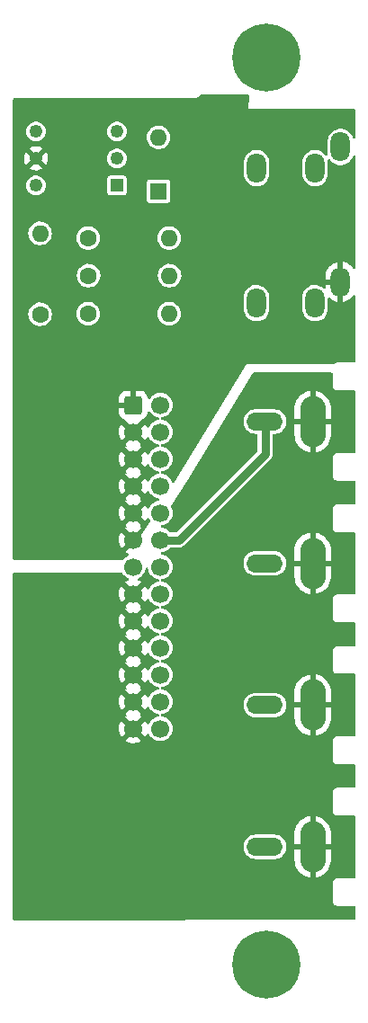
<source format=gbr>
%TF.GenerationSoftware,KiCad,Pcbnew,(6.0.7)*%
%TF.CreationDate,2022-09-20T22:55:45-07:00*%
%TF.ProjectId,waveblaster-to-midi-module,77617665-626c-4617-9374-65722d746f2d,rev?*%
%TF.SameCoordinates,PX525bfc0PY8670810*%
%TF.FileFunction,Copper,L2,Bot*%
%TF.FilePolarity,Positive*%
%FSLAX46Y46*%
G04 Gerber Fmt 4.6, Leading zero omitted, Abs format (unit mm)*
G04 Created by KiCad (PCBNEW (6.0.7)) date 2022-09-20 22:55:45*
%MOMM*%
%LPD*%
G01*
G04 APERTURE LIST*
G04 Aperture macros list*
%AMRoundRect*
0 Rectangle with rounded corners*
0 $1 Rounding radius*
0 $2 $3 $4 $5 $6 $7 $8 $9 X,Y pos of 4 corners*
0 Add a 4 corners polygon primitive as box body*
4,1,4,$2,$3,$4,$5,$6,$7,$8,$9,$2,$3,0*
0 Add four circle primitives for the rounded corners*
1,1,$1+$1,$2,$3*
1,1,$1+$1,$4,$5*
1,1,$1+$1,$6,$7*
1,1,$1+$1,$8,$9*
0 Add four rect primitives between the rounded corners*
20,1,$1+$1,$2,$3,$4,$5,0*
20,1,$1+$1,$4,$5,$6,$7,0*
20,1,$1+$1,$6,$7,$8,$9,0*
20,1,$1+$1,$8,$9,$2,$3,0*%
G04 Aperture macros list end*
%TA.AperFunction,ComponentPad*%
%ADD10RoundRect,0.250000X-0.600000X-0.600000X0.600000X-0.600000X0.600000X0.600000X-0.600000X0.600000X0*%
%TD*%
%TA.AperFunction,ComponentPad*%
%ADD11C,1.700000*%
%TD*%
%TA.AperFunction,ComponentPad*%
%ADD12C,6.400000*%
%TD*%
%TA.AperFunction,ComponentPad*%
%ADD13O,1.800000X2.800000*%
%TD*%
%TA.AperFunction,ComponentPad*%
%ADD14C,1.600000*%
%TD*%
%TA.AperFunction,ComponentPad*%
%ADD15O,1.600000X1.600000*%
%TD*%
%TA.AperFunction,ComponentPad*%
%ADD16R,1.248000X1.248000*%
%TD*%
%TA.AperFunction,ComponentPad*%
%ADD17C,1.248000*%
%TD*%
%TA.AperFunction,ComponentPad*%
%ADD18O,2.400000X4.800000*%
%TD*%
%TA.AperFunction,ComponentPad*%
%ADD19O,3.400000X1.700000*%
%TD*%
%TA.AperFunction,ComponentPad*%
%ADD20R,1.600000X1.600000*%
%TD*%
%TA.AperFunction,Conductor*%
%ADD21C,0.800000*%
%TD*%
G04 APERTURE END LIST*
D10*
%TO.P,J7,1,Pin_1*%
%TO.N,GND*%
X168700000Y-89800000D03*
D11*
%TO.P,J7,2,Pin_2*%
%TO.N,unconnected-(J7-Pad2)*%
X171240000Y-89800000D03*
%TO.P,J7,3,Pin_3*%
%TO.N,GND*%
X168700000Y-92340000D03*
%TO.P,J7,4,Pin_4*%
%TO.N,WT_TX*%
X171240000Y-92340000D03*
%TO.P,J7,5,Pin_5*%
%TO.N,GND*%
X168700000Y-94880000D03*
%TO.P,J7,6,Pin_6*%
%TO.N,+5V*%
X171240000Y-94880000D03*
%TO.P,J7,7,Pin_7*%
%TO.N,GND*%
X168700000Y-97420000D03*
%TO.P,J7,8,Pin_8*%
%TO.N,WT_RX*%
X171240000Y-97420000D03*
%TO.P,J7,9,Pin_9*%
%TO.N,GND*%
X168700000Y-99960000D03*
%TO.P,J7,10,Pin_10*%
%TO.N,+5V*%
X171240000Y-99960000D03*
%TO.P,J7,11,Pin_11*%
%TO.N,GND*%
X168700000Y-102500000D03*
%TO.P,J7,12,Pin_12*%
%TO.N,WT_AUDIO_R_IN*%
X171240000Y-102500000D03*
%TO.P,J7,13,Pin_13*%
%TO.N,unconnected-(J7-Pad13)*%
X168700000Y-105040000D03*
%TO.P,J7,14,Pin_14*%
%TO.N,+5V*%
X171240000Y-105040000D03*
%TO.P,J7,15,Pin_15*%
%TO.N,GNDA*%
X168700000Y-107580000D03*
%TO.P,J7,16,Pin_16*%
%TO.N,WT_AUDIO_L_IN*%
X171240000Y-107580000D03*
%TO.P,J7,17,Pin_17*%
%TO.N,GNDA*%
X168700000Y-110120000D03*
%TO.P,J7,18,Pin_18*%
%TO.N,+12V*%
X171240000Y-110120000D03*
%TO.P,J7,19,Pin_19*%
%TO.N,GNDA*%
X168700000Y-112660000D03*
%TO.P,J7,20,Pin_20*%
%TO.N,WT_AUDIO_R_OUT*%
X171240000Y-112660000D03*
%TO.P,J7,21,Pin_21*%
%TO.N,GNDA*%
X168700000Y-115200000D03*
%TO.P,J7,22,Pin_22*%
%TO.N,-12V*%
X171240000Y-115200000D03*
%TO.P,J7,23,Pin_23*%
%TO.N,GNDA*%
X168700000Y-117740000D03*
%TO.P,J7,24,Pin_24*%
%TO.N,WT_AUDIO_L_OUT*%
X171240000Y-117740000D03*
%TO.P,J7,25,Pin_25*%
%TO.N,GNDA*%
X168700000Y-120280000D03*
%TO.P,J7,26,Pin_26*%
%TO.N,~{RESET}*%
X171240000Y-120280000D03*
%TD*%
D12*
%TO.P,H1,1,1*%
%TO.N,unconnected-(H1-Pad1)*%
X181216000Y-57100000D03*
%TO.P,H1,2,2*%
%TO.N,unconnected-(H1-Pad2)*%
X181216000Y-142500000D03*
%TD*%
D13*
%TO.P,J1,R*%
%TO.N,Net-(J1-PadR)*%
X180300000Y-80190000D03*
%TO.P,J1,S*%
%TO.N,GND*%
X188200000Y-78190000D03*
%TO.P,J1,T*%
%TO.N,Net-(J1-PadT)*%
X185800000Y-80190000D03*
%TD*%
D14*
%TO.P,R4,1*%
%TO.N,+5V*%
X164490000Y-77600000D03*
D15*
%TO.P,R4,2*%
%TO.N,Net-(J1-PadR)*%
X172110000Y-77600000D03*
%TD*%
D16*
%TO.P,U1,1*%
%TO.N,Net-(D1-Pad1)*%
X167160000Y-69100000D03*
D17*
%TO.P,U1,2*%
%TO.N,Net-(D1-Pad2)*%
X167160000Y-66560000D03*
%TO.P,U1,3*%
%TO.N,unconnected-(U1-Pad3)*%
X167160000Y-64020000D03*
%TO.P,U1,4*%
%TO.N,WT_RX*%
X159540000Y-64020000D03*
%TO.P,U1,5*%
%TO.N,GND*%
X159540000Y-66560000D03*
%TO.P,U1,6*%
%TO.N,+5V*%
X159540000Y-69100000D03*
%TD*%
D18*
%TO.P,J3,1*%
%TO.N,GNDA*%
X185580000Y-118050000D03*
D19*
%TO.P,J3,2*%
%TO.N,WT_AUDIO_R_OUT*%
X181080000Y-118050000D03*
%TD*%
D14*
%TO.P,R3,1*%
%TO.N,WT_TX*%
X164440000Y-81190000D03*
D15*
%TO.P,R3,2*%
%TO.N,Net-(J1-PadT)*%
X172060000Y-81190000D03*
%TD*%
D20*
%TO.P,D1,1,K*%
%TO.N,Net-(D1-Pad1)*%
X171070000Y-69649300D03*
D15*
%TO.P,D1,2,A*%
%TO.N,Net-(D1-Pad2)*%
X171070000Y-64569300D03*
%TD*%
D13*
%TO.P,J2,R*%
%TO.N,Net-(J2-PadR)*%
X180300000Y-67480000D03*
%TO.P,J2,S*%
%TO.N,unconnected-(J2-PadS)*%
X188200000Y-65480000D03*
%TO.P,J2,T*%
%TO.N,Net-(D1-Pad2)*%
X185800000Y-67480000D03*
%TD*%
D18*
%TO.P,J4,1*%
%TO.N,GNDA*%
X185580000Y-131400000D03*
D19*
%TO.P,J4,2*%
%TO.N,WT_AUDIO_L_OUT*%
X181080000Y-131400000D03*
%TD*%
D14*
%TO.P,R2,1*%
%TO.N,Net-(D1-Pad1)*%
X164440000Y-74060000D03*
D15*
%TO.P,R2,2*%
%TO.N,Net-(J2-PadR)*%
X172060000Y-74060000D03*
%TD*%
D18*
%TO.P,J5,1*%
%TO.N,GNDA*%
X185580000Y-91350000D03*
D19*
%TO.P,J5,2*%
%TO.N,WT_AUDIO_R_IN*%
X181080000Y-91350000D03*
%TD*%
D14*
%TO.P,R1,1*%
%TO.N,+5V*%
X159930000Y-81240000D03*
D15*
%TO.P,R1,2*%
%TO.N,WT_RX*%
X159930000Y-73620000D03*
%TD*%
D18*
%TO.P,J6,1*%
%TO.N,GNDA*%
X185580000Y-104700000D03*
D19*
%TO.P,J6,2*%
%TO.N,WT_AUDIO_L_IN*%
X181080000Y-104700000D03*
%TD*%
D21*
%TO.N,WT_AUDIO_R_IN*%
X181100000Y-91370000D02*
X181100000Y-94370000D01*
X181100000Y-94370000D02*
X172970000Y-102500000D01*
X181080000Y-91350000D02*
X181100000Y-91370000D01*
X172970000Y-102500000D02*
X171240000Y-102500000D01*
%TD*%
%TA.AperFunction,Conductor*%
%TO.N,GNDA*%
G36*
X187421526Y-86742335D02*
G01*
X187468067Y-86795949D01*
X187479500Y-86848394D01*
X187479500Y-87958564D01*
X187477949Y-87978274D01*
X187474508Y-88000000D01*
X187479500Y-88031519D01*
X187494354Y-88125304D01*
X187551950Y-88238342D01*
X187641658Y-88328050D01*
X187754696Y-88385646D01*
X187764485Y-88387196D01*
X187764487Y-88387197D01*
X187870207Y-88403941D01*
X187880000Y-88405492D01*
X187901726Y-88402051D01*
X187921436Y-88400500D01*
X189470758Y-88400500D01*
X189538879Y-88420502D01*
X189585372Y-88474158D01*
X189596758Y-88526493D01*
X189596849Y-90484314D01*
X189597020Y-94173494D01*
X189577021Y-94241616D01*
X189523368Y-94288111D01*
X189471020Y-94299500D01*
X187921436Y-94299500D01*
X187901726Y-94297949D01*
X187889793Y-94296059D01*
X187880000Y-94294508D01*
X187848481Y-94299500D01*
X187754696Y-94314354D01*
X187641658Y-94371950D01*
X187551950Y-94461658D01*
X187494354Y-94574696D01*
X187492804Y-94584485D01*
X187492803Y-94584487D01*
X187483945Y-94640417D01*
X187474508Y-94700000D01*
X187476059Y-94709793D01*
X187477949Y-94721726D01*
X187479500Y-94741436D01*
X187479500Y-96458564D01*
X187477949Y-96478274D01*
X187474508Y-96500000D01*
X187479500Y-96531519D01*
X187494354Y-96625304D01*
X187551950Y-96738342D01*
X187641658Y-96828050D01*
X187754696Y-96885646D01*
X187764485Y-96887196D01*
X187764487Y-96887197D01*
X187870207Y-96903941D01*
X187880000Y-96905492D01*
X187901726Y-96902051D01*
X187921436Y-96900500D01*
X189471153Y-96900500D01*
X189539274Y-96920502D01*
X189585767Y-96974158D01*
X189597153Y-97026494D01*
X189597246Y-99023494D01*
X189577247Y-99091616D01*
X189523594Y-99138111D01*
X189471246Y-99149500D01*
X187921436Y-99149500D01*
X187901726Y-99147949D01*
X187889793Y-99146059D01*
X187880000Y-99144508D01*
X187848481Y-99149500D01*
X187754696Y-99164354D01*
X187641658Y-99221950D01*
X187551950Y-99311658D01*
X187494354Y-99424696D01*
X187474508Y-99550000D01*
X187476059Y-99559793D01*
X187477949Y-99571726D01*
X187479500Y-99591436D01*
X187479500Y-101308564D01*
X187477949Y-101328274D01*
X187474508Y-101350000D01*
X187479500Y-101381519D01*
X187494354Y-101475304D01*
X187551950Y-101588342D01*
X187641658Y-101678050D01*
X187754696Y-101735646D01*
X187764485Y-101737196D01*
X187764487Y-101737197D01*
X187870207Y-101753941D01*
X187880000Y-101755492D01*
X187901726Y-101752051D01*
X187921436Y-101750500D01*
X189471379Y-101750500D01*
X189539500Y-101770502D01*
X189585993Y-101824158D01*
X189597379Y-101876493D01*
X189597473Y-103895932D01*
X189597641Y-107523494D01*
X189577642Y-107591616D01*
X189523989Y-107638111D01*
X189471641Y-107649500D01*
X187921436Y-107649500D01*
X187901726Y-107647949D01*
X187889793Y-107646059D01*
X187880000Y-107644508D01*
X187848481Y-107649500D01*
X187754696Y-107664354D01*
X187641658Y-107721950D01*
X187551950Y-107811658D01*
X187494354Y-107924696D01*
X187474508Y-108050000D01*
X187476059Y-108059793D01*
X187477949Y-108071726D01*
X187479500Y-108091436D01*
X187479500Y-109808564D01*
X187477949Y-109828274D01*
X187474508Y-109850000D01*
X187479500Y-109881519D01*
X187494354Y-109975304D01*
X187551950Y-110088342D01*
X187641658Y-110178050D01*
X187754696Y-110235646D01*
X187764485Y-110237196D01*
X187764487Y-110237197D01*
X187870207Y-110253941D01*
X187880000Y-110255492D01*
X187901726Y-110252051D01*
X187921436Y-110250500D01*
X189471774Y-110250500D01*
X189539895Y-110270502D01*
X189586388Y-110324158D01*
X189597774Y-110376493D01*
X189597804Y-111021683D01*
X189597866Y-112373494D01*
X189577867Y-112441616D01*
X189524214Y-112488111D01*
X189471866Y-112499500D01*
X187921436Y-112499500D01*
X187901726Y-112497949D01*
X187889793Y-112496059D01*
X187880000Y-112494508D01*
X187848481Y-112499500D01*
X187754696Y-112514354D01*
X187641658Y-112571950D01*
X187551950Y-112661658D01*
X187494354Y-112774696D01*
X187474508Y-112900000D01*
X187476059Y-112909793D01*
X187477949Y-112921726D01*
X187479500Y-112941436D01*
X187479500Y-114658564D01*
X187477949Y-114678274D01*
X187474508Y-114700000D01*
X187479500Y-114731519D01*
X187494354Y-114825304D01*
X187551950Y-114938342D01*
X187641658Y-115028050D01*
X187754696Y-115085646D01*
X187764485Y-115087196D01*
X187764487Y-115087197D01*
X187870207Y-115103941D01*
X187880000Y-115105492D01*
X187901726Y-115102051D01*
X187921436Y-115100500D01*
X189471999Y-115100500D01*
X189540120Y-115120502D01*
X189586613Y-115174158D01*
X189597999Y-115226493D01*
X189598104Y-117489800D01*
X189598261Y-120873494D01*
X189578262Y-120941616D01*
X189524609Y-120988111D01*
X189472261Y-120999500D01*
X187921436Y-120999500D01*
X187901726Y-120997949D01*
X187889793Y-120996059D01*
X187880000Y-120994508D01*
X187848481Y-120999500D01*
X187754696Y-121014354D01*
X187641658Y-121071950D01*
X187551950Y-121161658D01*
X187494354Y-121274696D01*
X187492804Y-121284485D01*
X187492803Y-121284487D01*
X187477488Y-121381184D01*
X187474508Y-121400000D01*
X187476059Y-121409793D01*
X187477949Y-121421726D01*
X187479500Y-121441436D01*
X187479500Y-123158564D01*
X187477949Y-123178274D01*
X187474508Y-123200000D01*
X187479500Y-123231519D01*
X187494354Y-123325304D01*
X187551950Y-123438342D01*
X187641658Y-123528050D01*
X187754696Y-123585646D01*
X187764485Y-123587196D01*
X187764487Y-123587197D01*
X187870207Y-123603941D01*
X187880000Y-123605492D01*
X187901726Y-123602051D01*
X187921436Y-123600500D01*
X189472395Y-123600500D01*
X189540516Y-123620502D01*
X189587009Y-123674158D01*
X189598395Y-123726494D01*
X189598487Y-125723494D01*
X189578488Y-125791616D01*
X189524835Y-125838111D01*
X189472487Y-125849500D01*
X187921436Y-125849500D01*
X187901726Y-125847949D01*
X187889793Y-125846059D01*
X187880000Y-125844508D01*
X187870207Y-125846059D01*
X187858274Y-125847949D01*
X187848481Y-125849500D01*
X187754696Y-125864354D01*
X187641658Y-125921950D01*
X187551950Y-126011658D01*
X187494354Y-126124696D01*
X187474508Y-126250000D01*
X187476059Y-126259793D01*
X187477949Y-126271726D01*
X187479500Y-126291436D01*
X187479500Y-128008564D01*
X187477949Y-128028274D01*
X187474508Y-128050000D01*
X187479500Y-128081519D01*
X187494354Y-128175304D01*
X187551950Y-128288342D01*
X187641658Y-128378050D01*
X187754696Y-128435646D01*
X187764485Y-128437196D01*
X187764487Y-128437197D01*
X187870207Y-128453941D01*
X187880000Y-128455492D01*
X187901726Y-128452051D01*
X187921436Y-128450500D01*
X189472620Y-128450500D01*
X189540741Y-128470502D01*
X189587234Y-128524158D01*
X189598620Y-128576493D01*
X189598687Y-130016969D01*
X189598882Y-134223494D01*
X189578883Y-134291616D01*
X189525230Y-134338111D01*
X189472882Y-134349500D01*
X187921436Y-134349500D01*
X187901726Y-134347949D01*
X187889793Y-134346059D01*
X187880000Y-134344508D01*
X187848481Y-134349500D01*
X187754696Y-134364354D01*
X187641658Y-134421950D01*
X187551950Y-134511658D01*
X187494354Y-134624696D01*
X187474508Y-134750000D01*
X187476059Y-134759793D01*
X187477949Y-134771726D01*
X187479500Y-134791436D01*
X187479500Y-136508564D01*
X187477949Y-136528274D01*
X187474508Y-136550000D01*
X187479500Y-136581519D01*
X187494354Y-136675304D01*
X187551950Y-136788342D01*
X187641658Y-136878050D01*
X187754696Y-136935646D01*
X187764485Y-136937196D01*
X187764487Y-136937197D01*
X187870207Y-136953941D01*
X187880000Y-136955492D01*
X187901726Y-136952051D01*
X187921436Y-136950500D01*
X189473015Y-136950500D01*
X189541136Y-136970502D01*
X189587629Y-137024158D01*
X189599015Y-137076494D01*
X189599064Y-138128459D01*
X189579065Y-138196581D01*
X189525412Y-138243076D01*
X189473369Y-138254465D01*
X157506805Y-138331888D01*
X157438636Y-138312051D01*
X157392013Y-138258508D01*
X157380500Y-138205888D01*
X157380500Y-132663687D01*
X183872000Y-132663687D01*
X183872181Y-132668453D01*
X183886321Y-132854347D01*
X183887763Y-132863770D01*
X183944281Y-133107601D01*
X183947137Y-133116714D01*
X184039880Y-133349177D01*
X184044083Y-133357757D01*
X184170923Y-133573518D01*
X184176374Y-133581361D01*
X184334393Y-133775457D01*
X184340966Y-133782383D01*
X184526521Y-133950340D01*
X184534073Y-133956198D01*
X184742902Y-134094157D01*
X184751239Y-134098798D01*
X184978535Y-134203582D01*
X184987489Y-134206912D01*
X185228027Y-134276113D01*
X185237361Y-134278045D01*
X185308034Y-134287162D01*
X185322264Y-134284904D01*
X185326000Y-134271829D01*
X185326000Y-134271578D01*
X185834000Y-134271578D01*
X185837773Y-134284429D01*
X185852870Y-134286349D01*
X186001308Y-134260042D01*
X186010540Y-134257671D01*
X186247556Y-134177215D01*
X186256325Y-134173475D01*
X186478447Y-134058091D01*
X186486547Y-134053069D01*
X186688659Y-133905416D01*
X186695915Y-133899219D01*
X186873356Y-133722704D01*
X186879596Y-133715475D01*
X187028300Y-133514147D01*
X187033370Y-133506066D01*
X187149910Y-133284560D01*
X187153699Y-133275804D01*
X187235395Y-133039212D01*
X187237814Y-133029990D01*
X187282917Y-132783031D01*
X187283853Y-132775025D01*
X187287912Y-132697573D01*
X187288000Y-132694237D01*
X187288000Y-131672115D01*
X187283525Y-131656876D01*
X187282135Y-131655671D01*
X187274452Y-131654000D01*
X185852115Y-131654000D01*
X185836876Y-131658475D01*
X185835671Y-131659865D01*
X185834000Y-131667548D01*
X185834000Y-134271578D01*
X185326000Y-134271578D01*
X185326000Y-131672115D01*
X185321525Y-131656876D01*
X185320135Y-131655671D01*
X185312452Y-131654000D01*
X183890115Y-131654000D01*
X183874876Y-131658475D01*
X183873671Y-131659865D01*
X183872000Y-131667548D01*
X183872000Y-132663687D01*
X157380500Y-132663687D01*
X157380500Y-131491032D01*
X179073328Y-131491032D01*
X179109286Y-131700295D01*
X179182776Y-131899500D01*
X179291339Y-132081977D01*
X179431337Y-132241615D01*
X179435862Y-132245182D01*
X179435867Y-132245187D01*
X179593549Y-132369493D01*
X179598083Y-132373067D01*
X179603192Y-132375755D01*
X179780880Y-132469241D01*
X179780885Y-132469243D01*
X179785992Y-132471930D01*
X179988771Y-132534895D01*
X180161176Y-132555300D01*
X181983861Y-132555300D01*
X182068671Y-132547507D01*
X182135685Y-132541350D01*
X182135688Y-132541349D01*
X182141439Y-132540821D01*
X182160044Y-132535574D01*
X182340236Y-132484754D01*
X182340235Y-132484754D01*
X182345796Y-132483186D01*
X182536228Y-132389275D01*
X182706358Y-132262233D01*
X182850487Y-132106315D01*
X182963789Y-131926742D01*
X183042470Y-131729529D01*
X183056327Y-131659865D01*
X183082766Y-131526946D01*
X183082766Y-131526944D01*
X183083893Y-131521279D01*
X183084215Y-131496730D01*
X183086596Y-131314750D01*
X183086672Y-131308968D01*
X183055556Y-131127885D01*
X183872000Y-131127885D01*
X183876475Y-131143124D01*
X183877865Y-131144329D01*
X183885548Y-131146000D01*
X185307885Y-131146000D01*
X185323124Y-131141525D01*
X185324329Y-131140135D01*
X185326000Y-131132452D01*
X185326000Y-131127885D01*
X185834000Y-131127885D01*
X185838475Y-131143124D01*
X185839865Y-131144329D01*
X185847548Y-131146000D01*
X187269885Y-131146000D01*
X187285124Y-131141525D01*
X187286329Y-131140135D01*
X187288000Y-131132452D01*
X187288000Y-130136313D01*
X187287819Y-130131547D01*
X187273679Y-129945653D01*
X187272237Y-129936230D01*
X187215719Y-129692399D01*
X187212863Y-129683286D01*
X187120120Y-129450823D01*
X187115917Y-129442243D01*
X186989077Y-129226482D01*
X186983626Y-129218639D01*
X186825607Y-129024543D01*
X186819034Y-129017617D01*
X186633479Y-128849660D01*
X186625927Y-128843802D01*
X186417098Y-128705843D01*
X186408761Y-128701202D01*
X186181465Y-128596418D01*
X186172511Y-128593088D01*
X185931973Y-128523887D01*
X185922639Y-128521955D01*
X185851966Y-128512838D01*
X185837736Y-128515096D01*
X185834000Y-128528171D01*
X185834000Y-131127885D01*
X185326000Y-131127885D01*
X185326000Y-128528422D01*
X185322227Y-128515571D01*
X185307130Y-128513651D01*
X185158692Y-128539958D01*
X185149460Y-128542329D01*
X184912444Y-128622785D01*
X184903675Y-128626525D01*
X184681553Y-128741909D01*
X184673453Y-128746931D01*
X184471341Y-128894584D01*
X184464085Y-128900781D01*
X184286644Y-129077296D01*
X184280404Y-129084525D01*
X184131700Y-129285853D01*
X184126630Y-129293934D01*
X184010090Y-129515440D01*
X184006301Y-129524196D01*
X183924605Y-129760788D01*
X183922186Y-129770010D01*
X183877083Y-130016969D01*
X183876147Y-130024975D01*
X183872088Y-130102427D01*
X183872000Y-130105763D01*
X183872000Y-131127885D01*
X183055556Y-131127885D01*
X183050714Y-131099705D01*
X182977224Y-130900500D01*
X182868661Y-130718023D01*
X182728663Y-130558385D01*
X182724138Y-130554818D01*
X182724133Y-130554813D01*
X182566451Y-130430507D01*
X182566449Y-130430506D01*
X182561917Y-130426933D01*
X182537679Y-130414181D01*
X182379120Y-130330759D01*
X182379115Y-130330757D01*
X182374008Y-130328070D01*
X182171229Y-130265105D01*
X181998824Y-130244700D01*
X180176139Y-130244700D01*
X180091329Y-130252493D01*
X180024315Y-130258650D01*
X180024312Y-130258651D01*
X180018561Y-130259179D01*
X180013002Y-130260747D01*
X180013001Y-130260747D01*
X179997549Y-130265105D01*
X179814204Y-130316814D01*
X179623772Y-130410725D01*
X179453642Y-130537767D01*
X179309513Y-130693685D01*
X179196211Y-130873258D01*
X179117530Y-131070471D01*
X179116403Y-131076139D01*
X179116402Y-131076141D01*
X179102507Y-131146000D01*
X179076107Y-131278721D01*
X179076031Y-131284496D01*
X179076031Y-131284500D01*
X179075711Y-131308968D01*
X179073328Y-131491032D01*
X157380500Y-131491032D01*
X157380500Y-121404853D01*
X167939977Y-121404853D01*
X167945258Y-121411907D01*
X168106756Y-121506279D01*
X168116042Y-121510729D01*
X168315001Y-121586703D01*
X168324899Y-121589579D01*
X168533595Y-121632038D01*
X168543823Y-121633257D01*
X168756650Y-121641062D01*
X168766936Y-121640595D01*
X168978185Y-121613534D01*
X168988262Y-121611392D01*
X169192255Y-121550191D01*
X169201842Y-121546433D01*
X169393098Y-121452738D01*
X169401944Y-121447465D01*
X169449247Y-121413723D01*
X169457648Y-121403023D01*
X169450660Y-121389870D01*
X168712812Y-120652022D01*
X168698868Y-120644408D01*
X168697035Y-120644539D01*
X168690420Y-120648790D01*
X167946737Y-121392473D01*
X167939977Y-121404853D01*
X157380500Y-121404853D01*
X157380500Y-120251863D01*
X167338050Y-120251863D01*
X167350309Y-120464477D01*
X167351745Y-120474697D01*
X167398565Y-120682446D01*
X167401645Y-120692275D01*
X167481770Y-120889603D01*
X167486413Y-120898794D01*
X167566460Y-121029420D01*
X167576916Y-121038880D01*
X167585694Y-121035096D01*
X168327978Y-120292812D01*
X168335592Y-120278868D01*
X168335461Y-120277035D01*
X168331210Y-120270420D01*
X167589849Y-119529059D01*
X167578313Y-119522759D01*
X167566031Y-119532382D01*
X167518089Y-119602662D01*
X167513004Y-119611613D01*
X167423338Y-119804783D01*
X167419775Y-119814470D01*
X167362864Y-120019681D01*
X167360933Y-120029800D01*
X167338302Y-120241574D01*
X167338050Y-120251863D01*
X157380500Y-120251863D01*
X157380500Y-118864853D01*
X167939977Y-118864853D01*
X167945258Y-118871907D01*
X167992479Y-118899501D01*
X168041203Y-118951139D01*
X168054274Y-119020922D01*
X168027543Y-119086694D01*
X167987087Y-119120053D01*
X167978466Y-119124541D01*
X167969734Y-119130039D01*
X167949677Y-119145099D01*
X167941223Y-119156427D01*
X167947968Y-119168758D01*
X168687188Y-119907978D01*
X168701132Y-119915592D01*
X168702965Y-119915461D01*
X168709580Y-119911210D01*
X169453389Y-119167401D01*
X169460410Y-119154544D01*
X169453611Y-119145213D01*
X169449559Y-119142521D01*
X169412116Y-119121852D01*
X169362145Y-119071420D01*
X169347373Y-119001977D01*
X169372489Y-118935572D01*
X169399840Y-118908965D01*
X169449247Y-118873723D01*
X169457648Y-118863023D01*
X169450660Y-118849870D01*
X168712812Y-118112022D01*
X168698868Y-118104408D01*
X168697035Y-118104539D01*
X168690420Y-118108790D01*
X167946737Y-118852473D01*
X167939977Y-118864853D01*
X157380500Y-118864853D01*
X157380500Y-117711863D01*
X167338050Y-117711863D01*
X167350309Y-117924477D01*
X167351745Y-117934697D01*
X167398565Y-118142446D01*
X167401645Y-118152275D01*
X167481770Y-118349603D01*
X167486413Y-118358794D01*
X167566460Y-118489420D01*
X167576916Y-118498880D01*
X167585694Y-118495096D01*
X168327978Y-117752812D01*
X168335592Y-117738868D01*
X168335461Y-117737035D01*
X168331210Y-117730420D01*
X167589849Y-116989059D01*
X167578313Y-116982759D01*
X167566031Y-116992382D01*
X167518089Y-117062662D01*
X167513004Y-117071613D01*
X167423338Y-117264783D01*
X167419775Y-117274470D01*
X167362864Y-117479681D01*
X167360933Y-117489800D01*
X167338302Y-117701574D01*
X167338050Y-117711863D01*
X157380500Y-117711863D01*
X157380500Y-116324853D01*
X167939977Y-116324853D01*
X167945258Y-116331907D01*
X167992479Y-116359501D01*
X168041203Y-116411139D01*
X168054274Y-116480922D01*
X168027543Y-116546694D01*
X167987087Y-116580053D01*
X167978466Y-116584541D01*
X167969734Y-116590039D01*
X167949677Y-116605099D01*
X167941223Y-116616427D01*
X167947968Y-116628758D01*
X168687188Y-117367978D01*
X168701132Y-117375592D01*
X168702965Y-117375461D01*
X168709580Y-117371210D01*
X169453389Y-116627401D01*
X169460410Y-116614544D01*
X169453611Y-116605213D01*
X169449559Y-116602521D01*
X169412116Y-116581852D01*
X169362145Y-116531420D01*
X169347373Y-116461977D01*
X169372489Y-116395572D01*
X169399840Y-116368965D01*
X169449247Y-116333723D01*
X169457648Y-116323023D01*
X169450660Y-116309870D01*
X168712812Y-115572022D01*
X168698868Y-115564408D01*
X168697035Y-115564539D01*
X168690420Y-115568790D01*
X167946737Y-116312473D01*
X167939977Y-116324853D01*
X157380500Y-116324853D01*
X157380500Y-115171863D01*
X167338050Y-115171863D01*
X167350309Y-115384477D01*
X167351745Y-115394697D01*
X167398565Y-115602446D01*
X167401645Y-115612275D01*
X167481770Y-115809603D01*
X167486413Y-115818794D01*
X167566460Y-115949420D01*
X167576916Y-115958880D01*
X167585694Y-115955096D01*
X168327978Y-115212812D01*
X168335592Y-115198868D01*
X168335461Y-115197035D01*
X168331210Y-115190420D01*
X167589849Y-114449059D01*
X167578313Y-114442759D01*
X167566031Y-114452382D01*
X167518089Y-114522662D01*
X167513004Y-114531613D01*
X167423338Y-114724783D01*
X167419775Y-114734470D01*
X167362864Y-114939681D01*
X167360933Y-114949800D01*
X167338302Y-115161574D01*
X167338050Y-115171863D01*
X157380500Y-115171863D01*
X157380500Y-113784853D01*
X167939977Y-113784853D01*
X167945258Y-113791907D01*
X167992479Y-113819501D01*
X168041203Y-113871139D01*
X168054274Y-113940922D01*
X168027543Y-114006694D01*
X167987087Y-114040053D01*
X167978466Y-114044541D01*
X167969734Y-114050039D01*
X167949677Y-114065099D01*
X167941223Y-114076427D01*
X167947968Y-114088758D01*
X168687188Y-114827978D01*
X168701132Y-114835592D01*
X168702965Y-114835461D01*
X168709580Y-114831210D01*
X169453389Y-114087401D01*
X169460410Y-114074544D01*
X169453611Y-114065213D01*
X169449559Y-114062521D01*
X169412116Y-114041852D01*
X169362145Y-113991420D01*
X169347373Y-113921977D01*
X169372489Y-113855572D01*
X169399840Y-113828965D01*
X169449247Y-113793723D01*
X169457648Y-113783023D01*
X169450660Y-113769870D01*
X168712812Y-113032022D01*
X168698868Y-113024408D01*
X168697035Y-113024539D01*
X168690420Y-113028790D01*
X167946737Y-113772473D01*
X167939977Y-113784853D01*
X157380500Y-113784853D01*
X157380500Y-112631863D01*
X167338050Y-112631863D01*
X167350309Y-112844477D01*
X167351745Y-112854697D01*
X167398565Y-113062446D01*
X167401645Y-113072275D01*
X167481770Y-113269603D01*
X167486413Y-113278794D01*
X167566460Y-113409420D01*
X167576916Y-113418880D01*
X167585694Y-113415096D01*
X168327978Y-112672812D01*
X168335592Y-112658868D01*
X168335461Y-112657035D01*
X168331210Y-112650420D01*
X167589849Y-111909059D01*
X167578313Y-111902759D01*
X167566031Y-111912382D01*
X167518089Y-111982662D01*
X167513004Y-111991613D01*
X167423338Y-112184783D01*
X167419775Y-112194470D01*
X167362864Y-112399681D01*
X167360933Y-112409800D01*
X167338302Y-112621574D01*
X167338050Y-112631863D01*
X157380500Y-112631863D01*
X157380500Y-111244853D01*
X167939977Y-111244853D01*
X167945258Y-111251907D01*
X167992479Y-111279501D01*
X168041203Y-111331139D01*
X168054274Y-111400922D01*
X168027543Y-111466694D01*
X167987087Y-111500053D01*
X167978466Y-111504541D01*
X167969734Y-111510039D01*
X167949677Y-111525099D01*
X167941223Y-111536427D01*
X167947968Y-111548758D01*
X168687188Y-112287978D01*
X168701132Y-112295592D01*
X168702965Y-112295461D01*
X168709580Y-112291210D01*
X169453389Y-111547401D01*
X169460410Y-111534544D01*
X169453611Y-111525213D01*
X169449559Y-111522521D01*
X169412116Y-111501852D01*
X169362145Y-111451420D01*
X169347373Y-111381977D01*
X169372489Y-111315572D01*
X169399840Y-111288965D01*
X169449247Y-111253723D01*
X169457648Y-111243023D01*
X169450660Y-111229870D01*
X168712812Y-110492022D01*
X168698868Y-110484408D01*
X168697035Y-110484539D01*
X168690420Y-110488790D01*
X167946737Y-111232473D01*
X167939977Y-111244853D01*
X157380500Y-111244853D01*
X157380500Y-110091863D01*
X167338050Y-110091863D01*
X167350309Y-110304477D01*
X167351745Y-110314697D01*
X167398565Y-110522446D01*
X167401645Y-110532275D01*
X167481770Y-110729603D01*
X167486413Y-110738794D01*
X167566460Y-110869420D01*
X167576916Y-110878880D01*
X167585694Y-110875096D01*
X168327978Y-110132812D01*
X168335592Y-110118868D01*
X168335461Y-110117035D01*
X168331210Y-110110420D01*
X167589849Y-109369059D01*
X167578313Y-109362759D01*
X167566031Y-109372382D01*
X167518089Y-109442662D01*
X167513004Y-109451613D01*
X167423338Y-109644783D01*
X167419775Y-109654470D01*
X167362864Y-109859681D01*
X167360933Y-109869800D01*
X167338302Y-110081574D01*
X167338050Y-110091863D01*
X157380500Y-110091863D01*
X157380500Y-108704853D01*
X167939977Y-108704853D01*
X167945258Y-108711907D01*
X167992479Y-108739501D01*
X168041203Y-108791139D01*
X168054274Y-108860922D01*
X168027543Y-108926694D01*
X167987087Y-108960053D01*
X167978466Y-108964541D01*
X167969734Y-108970039D01*
X167949677Y-108985099D01*
X167941223Y-108996427D01*
X167947968Y-109008758D01*
X168687188Y-109747978D01*
X168701132Y-109755592D01*
X168702965Y-109755461D01*
X168709580Y-109751210D01*
X169453389Y-109007401D01*
X169460410Y-108994544D01*
X169453611Y-108985213D01*
X169449559Y-108982521D01*
X169412116Y-108961852D01*
X169362145Y-108911420D01*
X169347373Y-108841977D01*
X169372489Y-108775572D01*
X169399840Y-108748965D01*
X169449247Y-108713723D01*
X169457648Y-108703023D01*
X169450660Y-108689870D01*
X168712812Y-107952022D01*
X168698868Y-107944408D01*
X168697035Y-107944539D01*
X168690420Y-107948790D01*
X167946737Y-108692473D01*
X167939977Y-108704853D01*
X157380500Y-108704853D01*
X157380500Y-107551863D01*
X167338050Y-107551863D01*
X167350309Y-107764477D01*
X167351745Y-107774697D01*
X167398565Y-107982446D01*
X167401645Y-107992275D01*
X167481770Y-108189603D01*
X167486413Y-108198794D01*
X167566460Y-108329420D01*
X167576916Y-108338880D01*
X167585694Y-108335096D01*
X168327978Y-107592812D01*
X168335592Y-107578868D01*
X168335461Y-107577035D01*
X168331210Y-107570420D01*
X167589849Y-106829059D01*
X167578313Y-106822759D01*
X167566031Y-106832382D01*
X167518089Y-106902662D01*
X167513004Y-106911613D01*
X167423338Y-107104783D01*
X167419775Y-107114470D01*
X167362864Y-107319681D01*
X167360933Y-107329800D01*
X167338302Y-107541574D01*
X167338050Y-107551863D01*
X157380500Y-107551863D01*
X157380500Y-105666196D01*
X157400502Y-105598075D01*
X157454158Y-105551582D01*
X157506613Y-105540196D01*
X163355817Y-105545460D01*
X167582261Y-105549264D01*
X167650364Y-105569327D01*
X167691267Y-105612263D01*
X167692775Y-105614875D01*
X167695195Y-105620124D01*
X167817740Y-105793521D01*
X167969832Y-105941683D01*
X167974628Y-105944888D01*
X167974631Y-105944890D01*
X168002763Y-105963687D01*
X168146377Y-106059647D01*
X168151680Y-106061926D01*
X168151685Y-106061928D01*
X168179293Y-106073789D01*
X168199862Y-106082626D01*
X168254554Y-106127892D01*
X168276092Y-106195543D01*
X168257635Y-106264099D01*
X168205045Y-106311794D01*
X168189271Y-106318157D01*
X168176873Y-106322210D01*
X168167359Y-106326209D01*
X167978466Y-106424540D01*
X167969734Y-106430039D01*
X167949677Y-106445099D01*
X167941223Y-106456427D01*
X167947968Y-106468758D01*
X168687188Y-107207978D01*
X168701132Y-107215592D01*
X168702965Y-107215461D01*
X168709580Y-107211210D01*
X169453389Y-106467401D01*
X169460410Y-106454544D01*
X169453611Y-106445213D01*
X169449554Y-106442518D01*
X169263117Y-106339599D01*
X169253704Y-106335368D01*
X169208197Y-106319253D01*
X169150660Y-106277658D01*
X169124745Y-106211560D01*
X169138679Y-106141945D01*
X169188690Y-106090546D01*
X169357172Y-105996192D01*
X169520420Y-105860420D01*
X169656192Y-105697172D01*
X169759940Y-105511916D01*
X169790565Y-105421699D01*
X169826335Y-105316324D01*
X169826336Y-105316319D01*
X169828191Y-105310855D01*
X169829019Y-105305146D01*
X169829020Y-105305141D01*
X169840387Y-105226742D01*
X169843287Y-105206738D01*
X169872857Y-105142193D01*
X169932628Y-105103881D01*
X170003625Y-105103965D01*
X170063305Y-105142420D01*
X170092722Y-105207036D01*
X170093565Y-105215147D01*
X170093658Y-105215733D01*
X170094036Y-105221503D01*
X170146301Y-105427299D01*
X170235195Y-105620124D01*
X170357740Y-105793521D01*
X170509832Y-105941683D01*
X170514628Y-105944888D01*
X170514631Y-105944890D01*
X170542763Y-105963687D01*
X170686377Y-106059647D01*
X170691685Y-106061928D01*
X170691686Y-106061928D01*
X170876160Y-106141184D01*
X170876163Y-106141185D01*
X170881463Y-106143462D01*
X170887092Y-106144736D01*
X170887093Y-106144736D01*
X171082087Y-106188859D01*
X171144114Y-106223402D01*
X171177618Y-106285996D01*
X171171964Y-106356767D01*
X171128945Y-106413246D01*
X171075617Y-106435932D01*
X170945395Y-106458308D01*
X170945392Y-106458309D01*
X170939705Y-106459286D01*
X170740500Y-106532776D01*
X170558023Y-106641339D01*
X170398385Y-106781337D01*
X170394818Y-106785862D01*
X170394813Y-106785867D01*
X170272663Y-106940814D01*
X170266933Y-106948083D01*
X170264245Y-106953192D01*
X170191702Y-107091074D01*
X170142282Y-107142047D01*
X170073150Y-107158210D01*
X170006254Y-107134431D01*
X169964643Y-107082649D01*
X169902972Y-106940814D01*
X169898105Y-106931739D01*
X169833063Y-106831197D01*
X169822377Y-106821995D01*
X169812812Y-106826398D01*
X169072022Y-107567188D01*
X169064408Y-107581132D01*
X169064539Y-107582965D01*
X169068790Y-107589580D01*
X169810474Y-108331264D01*
X169822484Y-108337823D01*
X169834223Y-108328855D01*
X169865004Y-108286019D01*
X169870315Y-108277180D01*
X169964673Y-108086260D01*
X169965578Y-108083976D01*
X169966191Y-108083191D01*
X169966964Y-108081626D01*
X169967287Y-108081786D01*
X170009253Y-108028003D01*
X170076256Y-108004527D01*
X170145314Y-108021003D01*
X170197155Y-108077609D01*
X170235195Y-108160124D01*
X170357740Y-108333521D01*
X170509832Y-108481683D01*
X170514628Y-108484888D01*
X170514631Y-108484890D01*
X170585886Y-108532501D01*
X170686377Y-108599647D01*
X170691685Y-108601928D01*
X170691686Y-108601928D01*
X170876160Y-108681184D01*
X170876163Y-108681185D01*
X170881463Y-108683462D01*
X170887092Y-108684736D01*
X170887093Y-108684736D01*
X171082087Y-108728859D01*
X171144114Y-108763402D01*
X171177618Y-108825996D01*
X171171964Y-108896767D01*
X171128945Y-108953246D01*
X171075617Y-108975932D01*
X170945395Y-108998308D01*
X170945392Y-108998309D01*
X170939705Y-108999286D01*
X170740500Y-109072776D01*
X170558023Y-109181339D01*
X170398385Y-109321337D01*
X170394818Y-109325862D01*
X170394813Y-109325867D01*
X170272663Y-109480814D01*
X170266933Y-109488083D01*
X170264245Y-109493192D01*
X170191702Y-109631074D01*
X170142282Y-109682047D01*
X170073150Y-109698210D01*
X170006254Y-109674431D01*
X169964643Y-109622649D01*
X169902972Y-109480814D01*
X169898105Y-109471739D01*
X169833063Y-109371197D01*
X169822377Y-109361995D01*
X169812812Y-109366398D01*
X169072022Y-110107188D01*
X169064408Y-110121132D01*
X169064539Y-110122965D01*
X169068790Y-110129580D01*
X169810474Y-110871264D01*
X169822484Y-110877823D01*
X169834223Y-110868855D01*
X169865004Y-110826019D01*
X169870315Y-110817180D01*
X169964673Y-110626260D01*
X169965578Y-110623976D01*
X169966191Y-110623191D01*
X169966964Y-110621626D01*
X169967287Y-110621786D01*
X170009253Y-110568003D01*
X170076256Y-110544527D01*
X170145314Y-110561003D01*
X170197155Y-110617609D01*
X170235195Y-110700124D01*
X170357740Y-110873521D01*
X170509832Y-111021683D01*
X170514628Y-111024888D01*
X170514631Y-111024890D01*
X170585886Y-111072501D01*
X170686377Y-111139647D01*
X170691685Y-111141928D01*
X170691686Y-111141928D01*
X170876160Y-111221184D01*
X170876163Y-111221185D01*
X170881463Y-111223462D01*
X170887092Y-111224736D01*
X170887093Y-111224736D01*
X171082087Y-111268859D01*
X171144114Y-111303402D01*
X171177618Y-111365996D01*
X171171964Y-111436767D01*
X171128945Y-111493246D01*
X171075617Y-111515932D01*
X170945395Y-111538308D01*
X170945392Y-111538309D01*
X170939705Y-111539286D01*
X170740500Y-111612776D01*
X170558023Y-111721339D01*
X170398385Y-111861337D01*
X170394818Y-111865862D01*
X170394813Y-111865867D01*
X170272663Y-112020814D01*
X170266933Y-112028083D01*
X170264245Y-112033192D01*
X170191702Y-112171074D01*
X170142282Y-112222047D01*
X170073150Y-112238210D01*
X170006254Y-112214431D01*
X169964643Y-112162649D01*
X169902972Y-112020814D01*
X169898105Y-112011739D01*
X169833063Y-111911197D01*
X169822377Y-111901995D01*
X169812812Y-111906398D01*
X169072022Y-112647188D01*
X169064408Y-112661132D01*
X169064539Y-112662965D01*
X169068790Y-112669580D01*
X169810474Y-113411264D01*
X169822484Y-113417823D01*
X169834223Y-113408855D01*
X169865004Y-113366019D01*
X169870315Y-113357180D01*
X169964673Y-113166260D01*
X169965578Y-113163976D01*
X169966191Y-113163191D01*
X169966964Y-113161626D01*
X169967287Y-113161786D01*
X170009253Y-113108003D01*
X170076256Y-113084527D01*
X170145314Y-113101003D01*
X170197155Y-113157609D01*
X170235195Y-113240124D01*
X170357740Y-113413521D01*
X170509832Y-113561683D01*
X170514628Y-113564888D01*
X170514631Y-113564890D01*
X170585886Y-113612501D01*
X170686377Y-113679647D01*
X170691685Y-113681928D01*
X170691686Y-113681928D01*
X170876160Y-113761184D01*
X170876163Y-113761185D01*
X170881463Y-113763462D01*
X170887092Y-113764736D01*
X170887093Y-113764736D01*
X171082087Y-113808859D01*
X171144114Y-113843402D01*
X171177618Y-113905996D01*
X171171964Y-113976767D01*
X171128945Y-114033246D01*
X171075617Y-114055932D01*
X170945395Y-114078308D01*
X170945392Y-114078309D01*
X170939705Y-114079286D01*
X170740500Y-114152776D01*
X170558023Y-114261339D01*
X170398385Y-114401337D01*
X170394818Y-114405862D01*
X170394813Y-114405867D01*
X170272663Y-114560814D01*
X170266933Y-114568083D01*
X170264245Y-114573192D01*
X170191702Y-114711074D01*
X170142282Y-114762047D01*
X170073150Y-114778210D01*
X170006254Y-114754431D01*
X169964643Y-114702649D01*
X169902972Y-114560814D01*
X169898105Y-114551739D01*
X169833063Y-114451197D01*
X169822377Y-114441995D01*
X169812812Y-114446398D01*
X169072022Y-115187188D01*
X169064408Y-115201132D01*
X169064539Y-115202965D01*
X169068790Y-115209580D01*
X169810474Y-115951264D01*
X169822484Y-115957823D01*
X169834223Y-115948855D01*
X169865004Y-115906019D01*
X169870315Y-115897180D01*
X169964673Y-115706260D01*
X169965578Y-115703976D01*
X169966191Y-115703191D01*
X169966964Y-115701626D01*
X169967287Y-115701786D01*
X170009253Y-115648003D01*
X170076256Y-115624527D01*
X170145314Y-115641003D01*
X170197155Y-115697609D01*
X170235195Y-115780124D01*
X170357740Y-115953521D01*
X170430202Y-116024111D01*
X170500142Y-116092243D01*
X170509832Y-116101683D01*
X170514628Y-116104888D01*
X170514631Y-116104890D01*
X170585886Y-116152501D01*
X170686377Y-116219647D01*
X170691685Y-116221928D01*
X170691686Y-116221928D01*
X170876160Y-116301184D01*
X170876163Y-116301185D01*
X170881463Y-116303462D01*
X170887092Y-116304736D01*
X170887093Y-116304736D01*
X171082087Y-116348859D01*
X171144114Y-116383402D01*
X171177618Y-116445996D01*
X171171964Y-116516767D01*
X171128945Y-116573246D01*
X171075617Y-116595932D01*
X170945395Y-116618308D01*
X170945392Y-116618309D01*
X170939705Y-116619286D01*
X170740500Y-116692776D01*
X170558023Y-116801339D01*
X170398385Y-116941337D01*
X170394818Y-116945862D01*
X170394813Y-116945867D01*
X170272663Y-117100814D01*
X170266933Y-117108083D01*
X170264245Y-117113192D01*
X170191702Y-117251074D01*
X170142282Y-117302047D01*
X170073150Y-117318210D01*
X170006254Y-117294431D01*
X169964643Y-117242649D01*
X169902972Y-117100814D01*
X169898105Y-117091739D01*
X169833063Y-116991197D01*
X169822377Y-116981995D01*
X169812812Y-116986398D01*
X169072022Y-117727188D01*
X169064408Y-117741132D01*
X169064539Y-117742965D01*
X169068790Y-117749580D01*
X169810474Y-118491264D01*
X169822484Y-118497823D01*
X169834223Y-118488855D01*
X169865004Y-118446019D01*
X169870315Y-118437180D01*
X169964673Y-118246260D01*
X169965578Y-118243976D01*
X169966191Y-118243191D01*
X169966964Y-118241626D01*
X169967287Y-118241786D01*
X170009253Y-118188003D01*
X170076256Y-118164527D01*
X170145314Y-118181003D01*
X170197155Y-118237609D01*
X170235195Y-118320124D01*
X170357740Y-118493521D01*
X170509832Y-118641683D01*
X170514628Y-118644888D01*
X170514631Y-118644890D01*
X170585886Y-118692501D01*
X170686377Y-118759647D01*
X170691685Y-118761928D01*
X170691686Y-118761928D01*
X170876160Y-118841184D01*
X170876163Y-118841185D01*
X170881463Y-118843462D01*
X170887092Y-118844736D01*
X170887093Y-118844736D01*
X171082087Y-118888859D01*
X171144114Y-118923402D01*
X171177618Y-118985996D01*
X171171964Y-119056767D01*
X171128945Y-119113246D01*
X171075617Y-119135932D01*
X170945395Y-119158308D01*
X170945392Y-119158309D01*
X170939705Y-119159286D01*
X170740500Y-119232776D01*
X170558023Y-119341339D01*
X170398385Y-119481337D01*
X170394818Y-119485862D01*
X170394813Y-119485867D01*
X170272663Y-119640814D01*
X170266933Y-119648083D01*
X170264245Y-119653192D01*
X170191702Y-119791074D01*
X170142282Y-119842047D01*
X170073150Y-119858210D01*
X170006254Y-119834431D01*
X169964643Y-119782649D01*
X169902972Y-119640814D01*
X169898105Y-119631739D01*
X169833063Y-119531197D01*
X169822377Y-119521995D01*
X169812812Y-119526398D01*
X169072022Y-120267188D01*
X169064408Y-120281132D01*
X169064539Y-120282965D01*
X169068790Y-120289580D01*
X169810474Y-121031264D01*
X169822484Y-121037823D01*
X169834223Y-121028855D01*
X169865004Y-120986019D01*
X169870315Y-120977180D01*
X169964673Y-120786260D01*
X169965578Y-120783976D01*
X169966191Y-120783191D01*
X169966964Y-120781626D01*
X169967287Y-120781786D01*
X170009253Y-120728003D01*
X170076256Y-120704527D01*
X170145314Y-120721003D01*
X170197155Y-120777609D01*
X170235195Y-120860124D01*
X170357740Y-121033521D01*
X170509832Y-121181683D01*
X170514628Y-121184888D01*
X170514631Y-121184890D01*
X170585886Y-121232501D01*
X170686377Y-121299647D01*
X170691685Y-121301928D01*
X170691686Y-121301928D01*
X170876160Y-121381184D01*
X170876163Y-121381185D01*
X170881463Y-121383462D01*
X170887092Y-121384736D01*
X170887093Y-121384736D01*
X171082921Y-121429048D01*
X171082924Y-121429048D01*
X171088557Y-121430323D01*
X171094328Y-121430550D01*
X171094330Y-121430550D01*
X171159086Y-121433094D01*
X171300723Y-121438659D01*
X171417507Y-121421726D01*
X171505141Y-121409020D01*
X171505146Y-121409019D01*
X171510855Y-121408191D01*
X171516319Y-121406336D01*
X171516324Y-121406335D01*
X171706448Y-121341796D01*
X171711916Y-121339940D01*
X171897172Y-121236192D01*
X172060420Y-121100420D01*
X172196192Y-120937172D01*
X172299940Y-120751916D01*
X172328664Y-120667299D01*
X172366335Y-120556324D01*
X172366336Y-120556319D01*
X172368191Y-120550855D01*
X172369019Y-120545146D01*
X172369020Y-120545141D01*
X172398126Y-120344397D01*
X172398659Y-120340723D01*
X172400249Y-120280000D01*
X172380821Y-120068561D01*
X172323186Y-119864204D01*
X172229275Y-119673772D01*
X172102233Y-119503642D01*
X171946315Y-119359513D01*
X171873685Y-119313687D01*
X183872000Y-119313687D01*
X183872181Y-119318453D01*
X183886321Y-119504347D01*
X183887763Y-119513770D01*
X183944281Y-119757601D01*
X183947137Y-119766714D01*
X184039880Y-119999177D01*
X184044083Y-120007757D01*
X184170923Y-120223518D01*
X184176374Y-120231361D01*
X184334393Y-120425457D01*
X184340966Y-120432383D01*
X184526521Y-120600340D01*
X184534073Y-120606198D01*
X184742902Y-120744157D01*
X184751239Y-120748798D01*
X184978535Y-120853582D01*
X184987489Y-120856912D01*
X185228027Y-120926113D01*
X185237361Y-120928045D01*
X185308034Y-120937162D01*
X185322264Y-120934904D01*
X185326000Y-120921829D01*
X185326000Y-120921578D01*
X185834000Y-120921578D01*
X185837773Y-120934429D01*
X185852870Y-120936349D01*
X186001308Y-120910042D01*
X186010540Y-120907671D01*
X186247556Y-120827215D01*
X186256325Y-120823475D01*
X186478447Y-120708091D01*
X186486547Y-120703069D01*
X186688659Y-120555416D01*
X186695915Y-120549219D01*
X186873356Y-120372704D01*
X186879596Y-120365475D01*
X187028300Y-120164147D01*
X187033370Y-120156066D01*
X187149910Y-119934560D01*
X187153699Y-119925804D01*
X187235395Y-119689212D01*
X187237814Y-119679990D01*
X187282917Y-119433031D01*
X187283853Y-119425025D01*
X187287912Y-119347573D01*
X187288000Y-119344237D01*
X187288000Y-118322115D01*
X187283525Y-118306876D01*
X187282135Y-118305671D01*
X187274452Y-118304000D01*
X185852115Y-118304000D01*
X185836876Y-118308475D01*
X185835671Y-118309865D01*
X185834000Y-118317548D01*
X185834000Y-120921578D01*
X185326000Y-120921578D01*
X185326000Y-118322115D01*
X185321525Y-118306876D01*
X185320135Y-118305671D01*
X185312452Y-118304000D01*
X183890115Y-118304000D01*
X183874876Y-118308475D01*
X183873671Y-118309865D01*
X183872000Y-118317548D01*
X183872000Y-119313687D01*
X171873685Y-119313687D01*
X171766742Y-119246211D01*
X171733068Y-119232776D01*
X171663532Y-119205034D01*
X171569529Y-119167530D01*
X171563861Y-119166403D01*
X171563859Y-119166402D01*
X171393567Y-119132529D01*
X171330657Y-119099622D01*
X171295525Y-119037927D01*
X171299325Y-118967032D01*
X171340851Y-118909446D01*
X171400066Y-118884255D01*
X171510855Y-118868191D01*
X171516319Y-118866336D01*
X171516324Y-118866335D01*
X171706448Y-118801796D01*
X171711916Y-118799940D01*
X171897172Y-118696192D01*
X172060420Y-118560420D01*
X172196192Y-118397172D01*
X172299940Y-118211916D01*
X172324002Y-118141032D01*
X179073328Y-118141032D01*
X179074307Y-118146729D01*
X179074307Y-118146730D01*
X179104102Y-118320124D01*
X179109286Y-118350295D01*
X179182776Y-118549500D01*
X179291339Y-118731977D01*
X179431337Y-118891615D01*
X179435862Y-118895182D01*
X179435867Y-118895187D01*
X179571330Y-119001977D01*
X179598083Y-119023067D01*
X179603192Y-119025755D01*
X179780880Y-119119241D01*
X179780885Y-119119243D01*
X179785992Y-119121930D01*
X179988771Y-119184895D01*
X180161176Y-119205300D01*
X181983861Y-119205300D01*
X182068671Y-119197507D01*
X182135685Y-119191350D01*
X182135688Y-119191349D01*
X182141439Y-119190821D01*
X182160044Y-119185574D01*
X182340236Y-119134754D01*
X182340235Y-119134754D01*
X182345796Y-119133186D01*
X182536228Y-119039275D01*
X182706358Y-118912233D01*
X182808445Y-118801796D01*
X182846568Y-118760555D01*
X182846570Y-118760552D01*
X182850487Y-118756315D01*
X182963789Y-118576742D01*
X183042470Y-118379529D01*
X183043598Y-118373859D01*
X183082766Y-118176946D01*
X183082766Y-118176944D01*
X183083893Y-118171279D01*
X183083982Y-118164527D01*
X183085993Y-118010855D01*
X183086672Y-117958968D01*
X183085693Y-117953270D01*
X183055556Y-117777885D01*
X183872000Y-117777885D01*
X183876475Y-117793124D01*
X183877865Y-117794329D01*
X183885548Y-117796000D01*
X185307885Y-117796000D01*
X185323124Y-117791525D01*
X185324329Y-117790135D01*
X185326000Y-117782452D01*
X185326000Y-117777885D01*
X185834000Y-117777885D01*
X185838475Y-117793124D01*
X185839865Y-117794329D01*
X185847548Y-117796000D01*
X187269885Y-117796000D01*
X187285124Y-117791525D01*
X187286329Y-117790135D01*
X187288000Y-117782452D01*
X187288000Y-116786313D01*
X187287819Y-116781547D01*
X187273679Y-116595653D01*
X187272237Y-116586230D01*
X187215719Y-116342399D01*
X187212863Y-116333286D01*
X187120120Y-116100823D01*
X187115917Y-116092243D01*
X186989077Y-115876482D01*
X186983626Y-115868639D01*
X186825607Y-115674543D01*
X186819034Y-115667617D01*
X186633479Y-115499660D01*
X186625927Y-115493802D01*
X186417098Y-115355843D01*
X186408761Y-115351202D01*
X186181465Y-115246418D01*
X186172511Y-115243088D01*
X185931973Y-115173887D01*
X185922639Y-115171955D01*
X185851966Y-115162838D01*
X185837736Y-115165096D01*
X185834000Y-115178171D01*
X185834000Y-117777885D01*
X185326000Y-117777885D01*
X185326000Y-115178422D01*
X185322227Y-115165571D01*
X185307130Y-115163651D01*
X185158692Y-115189958D01*
X185149460Y-115192329D01*
X184912444Y-115272785D01*
X184903675Y-115276525D01*
X184681553Y-115391909D01*
X184673453Y-115396931D01*
X184471341Y-115544584D01*
X184464085Y-115550781D01*
X184286644Y-115727296D01*
X184280404Y-115734525D01*
X184131700Y-115935853D01*
X184126630Y-115943934D01*
X184010090Y-116165440D01*
X184006301Y-116174196D01*
X183924605Y-116410788D01*
X183922186Y-116420010D01*
X183877083Y-116666969D01*
X183876147Y-116674975D01*
X183872088Y-116752427D01*
X183872000Y-116755763D01*
X183872000Y-117777885D01*
X183055556Y-117777885D01*
X183051692Y-117755395D01*
X183051691Y-117755392D01*
X183050714Y-117749705D01*
X182977224Y-117550500D01*
X182868661Y-117368023D01*
X182728663Y-117208385D01*
X182724138Y-117204818D01*
X182724133Y-117204813D01*
X182566451Y-117080507D01*
X182566449Y-117080506D01*
X182561917Y-117076933D01*
X182534792Y-117062662D01*
X182379120Y-116980759D01*
X182379115Y-116980757D01*
X182374008Y-116978070D01*
X182171229Y-116915105D01*
X181998824Y-116894700D01*
X180176139Y-116894700D01*
X180091329Y-116902493D01*
X180024315Y-116908650D01*
X180024312Y-116908651D01*
X180018561Y-116909179D01*
X180013002Y-116910747D01*
X180013001Y-116910747D01*
X179997549Y-116915105D01*
X179814204Y-116966814D01*
X179623772Y-117060725D01*
X179453642Y-117187767D01*
X179309513Y-117343685D01*
X179196211Y-117523258D01*
X179117530Y-117720471D01*
X179116403Y-117726139D01*
X179116402Y-117726141D01*
X179102507Y-117796000D01*
X179076107Y-117928721D01*
X179076031Y-117934496D01*
X179076031Y-117934500D01*
X179075711Y-117958968D01*
X179073328Y-118141032D01*
X172324002Y-118141032D01*
X172328664Y-118127299D01*
X172366335Y-118016324D01*
X172366336Y-118016319D01*
X172368191Y-118010855D01*
X172369019Y-118005146D01*
X172369020Y-118005141D01*
X172398126Y-117804397D01*
X172398659Y-117800723D01*
X172400249Y-117740000D01*
X172380821Y-117528561D01*
X172323186Y-117324204D01*
X172229275Y-117133772D01*
X172102233Y-116963642D01*
X171946315Y-116819513D01*
X171766742Y-116706211D01*
X171733068Y-116692776D01*
X171668382Y-116666969D01*
X171569529Y-116627530D01*
X171563861Y-116626403D01*
X171563859Y-116626402D01*
X171393567Y-116592529D01*
X171330657Y-116559622D01*
X171295525Y-116497927D01*
X171299325Y-116427032D01*
X171340851Y-116369446D01*
X171400066Y-116344255D01*
X171510855Y-116328191D01*
X171516319Y-116326336D01*
X171516324Y-116326335D01*
X171706448Y-116261796D01*
X171711916Y-116259940D01*
X171897172Y-116156192D01*
X172060420Y-116020420D01*
X172196192Y-115857172D01*
X172299940Y-115671916D01*
X172328664Y-115587299D01*
X172366335Y-115476324D01*
X172366336Y-115476319D01*
X172368191Y-115470855D01*
X172369019Y-115465146D01*
X172369020Y-115465141D01*
X172398126Y-115264397D01*
X172398659Y-115260723D01*
X172400249Y-115200000D01*
X172384863Y-115032550D01*
X172381350Y-114994315D01*
X172381349Y-114994312D01*
X172380821Y-114988561D01*
X172323186Y-114784204D01*
X172229275Y-114593772D01*
X172102233Y-114423642D01*
X171946315Y-114279513D01*
X171766742Y-114166211D01*
X171733068Y-114152776D01*
X171706096Y-114142015D01*
X171569529Y-114087530D01*
X171563861Y-114086403D01*
X171563859Y-114086402D01*
X171393567Y-114052529D01*
X171330657Y-114019622D01*
X171295525Y-113957927D01*
X171299325Y-113887032D01*
X171340851Y-113829446D01*
X171400066Y-113804255D01*
X171510855Y-113788191D01*
X171516319Y-113786336D01*
X171516324Y-113786335D01*
X171706448Y-113721796D01*
X171711916Y-113719940D01*
X171897172Y-113616192D01*
X172060420Y-113480420D01*
X172196192Y-113317172D01*
X172299940Y-113131916D01*
X172328664Y-113047299D01*
X172366335Y-112936324D01*
X172366336Y-112936319D01*
X172368191Y-112930855D01*
X172369019Y-112925146D01*
X172369020Y-112925141D01*
X172398126Y-112724397D01*
X172398659Y-112720723D01*
X172400249Y-112660000D01*
X172380821Y-112448561D01*
X172323186Y-112244204D01*
X172229275Y-112053772D01*
X172102233Y-111883642D01*
X171946315Y-111739513D01*
X171766742Y-111626211D01*
X171733068Y-111612776D01*
X171706096Y-111602015D01*
X171569529Y-111547530D01*
X171563861Y-111546403D01*
X171563859Y-111546402D01*
X171393567Y-111512529D01*
X171330657Y-111479622D01*
X171295525Y-111417927D01*
X171299325Y-111347032D01*
X171340851Y-111289446D01*
X171400066Y-111264255D01*
X171510855Y-111248191D01*
X171516319Y-111246336D01*
X171516324Y-111246335D01*
X171706448Y-111181796D01*
X171711916Y-111179940D01*
X171897172Y-111076192D01*
X172060420Y-110940420D01*
X172196192Y-110777172D01*
X172299940Y-110591916D01*
X172328664Y-110507299D01*
X172366335Y-110396324D01*
X172366336Y-110396319D01*
X172368191Y-110390855D01*
X172369019Y-110385146D01*
X172369020Y-110385141D01*
X172388542Y-110250500D01*
X172398659Y-110180723D01*
X172400249Y-110120000D01*
X172380821Y-109908561D01*
X172323186Y-109704204D01*
X172229275Y-109513772D01*
X172102233Y-109343642D01*
X171946315Y-109199513D01*
X171766742Y-109086211D01*
X171733068Y-109072776D01*
X171706096Y-109062015D01*
X171569529Y-109007530D01*
X171563861Y-109006403D01*
X171563859Y-109006402D01*
X171393567Y-108972529D01*
X171330657Y-108939622D01*
X171295525Y-108877927D01*
X171299325Y-108807032D01*
X171340851Y-108749446D01*
X171400066Y-108724255D01*
X171510855Y-108708191D01*
X171516319Y-108706336D01*
X171516324Y-108706335D01*
X171706448Y-108641796D01*
X171711916Y-108639940D01*
X171897172Y-108536192D01*
X172060420Y-108400420D01*
X172196192Y-108237172D01*
X172299940Y-108051916D01*
X172328664Y-107967299D01*
X172366335Y-107856324D01*
X172366336Y-107856319D01*
X172368191Y-107850855D01*
X172369019Y-107845146D01*
X172369020Y-107845141D01*
X172394580Y-107668855D01*
X172398659Y-107640723D01*
X172400249Y-107580000D01*
X172388368Y-107450702D01*
X172381350Y-107374315D01*
X172381349Y-107374312D01*
X172380821Y-107368561D01*
X172323186Y-107164204D01*
X172229275Y-106973772D01*
X172115938Y-106821995D01*
X172105686Y-106808266D01*
X172105685Y-106808265D01*
X172102233Y-106803642D01*
X171946315Y-106659513D01*
X171766742Y-106546211D01*
X171733068Y-106532776D01*
X171706096Y-106522015D01*
X171569529Y-106467530D01*
X171563861Y-106466403D01*
X171563859Y-106466402D01*
X171393567Y-106432529D01*
X171330657Y-106399622D01*
X171295525Y-106337927D01*
X171299325Y-106267032D01*
X171340851Y-106209446D01*
X171400066Y-106184255D01*
X171510855Y-106168191D01*
X171516319Y-106166336D01*
X171516324Y-106166335D01*
X171706448Y-106101796D01*
X171711916Y-106099940D01*
X171897172Y-105996192D01*
X171936255Y-105963687D01*
X183872000Y-105963687D01*
X183872181Y-105968453D01*
X183886321Y-106154347D01*
X183887763Y-106163770D01*
X183944281Y-106407601D01*
X183947137Y-106416714D01*
X184039880Y-106649177D01*
X184044083Y-106657757D01*
X184170923Y-106873518D01*
X184176374Y-106881361D01*
X184334393Y-107075457D01*
X184340966Y-107082383D01*
X184526521Y-107250340D01*
X184534073Y-107256198D01*
X184742902Y-107394157D01*
X184751239Y-107398798D01*
X184978535Y-107503582D01*
X184987489Y-107506912D01*
X185228027Y-107576113D01*
X185237361Y-107578045D01*
X185308034Y-107587162D01*
X185322264Y-107584904D01*
X185326000Y-107571829D01*
X185326000Y-107571578D01*
X185834000Y-107571578D01*
X185837773Y-107584429D01*
X185852870Y-107586349D01*
X186001308Y-107560042D01*
X186010540Y-107557671D01*
X186247556Y-107477215D01*
X186256325Y-107473475D01*
X186478447Y-107358091D01*
X186486547Y-107353069D01*
X186688659Y-107205416D01*
X186695915Y-107199219D01*
X186873356Y-107022704D01*
X186879596Y-107015475D01*
X187028300Y-106814147D01*
X187033370Y-106806066D01*
X187149910Y-106584560D01*
X187153699Y-106575804D01*
X187235395Y-106339212D01*
X187237814Y-106329990D01*
X187282917Y-106083031D01*
X187283853Y-106075025D01*
X187287912Y-105997573D01*
X187288000Y-105994237D01*
X187288000Y-104972115D01*
X187283525Y-104956876D01*
X187282135Y-104955671D01*
X187274452Y-104954000D01*
X185852115Y-104954000D01*
X185836876Y-104958475D01*
X185835671Y-104959865D01*
X185834000Y-104967548D01*
X185834000Y-107571578D01*
X185326000Y-107571578D01*
X185326000Y-104972115D01*
X185321525Y-104956876D01*
X185320135Y-104955671D01*
X185312452Y-104954000D01*
X183890115Y-104954000D01*
X183874876Y-104958475D01*
X183873671Y-104959865D01*
X183872000Y-104967548D01*
X183872000Y-105963687D01*
X171936255Y-105963687D01*
X172060420Y-105860420D01*
X172196192Y-105697172D01*
X172299940Y-105511916D01*
X172330565Y-105421699D01*
X172366335Y-105316324D01*
X172366336Y-105316319D01*
X172368191Y-105310855D01*
X172369019Y-105305146D01*
X172369020Y-105305141D01*
X172398126Y-105104397D01*
X172398659Y-105100723D01*
X172400249Y-105040000D01*
X172380821Y-104828561D01*
X172370237Y-104791032D01*
X179073328Y-104791032D01*
X179109286Y-105000295D01*
X179182776Y-105199500D01*
X179291339Y-105381977D01*
X179431337Y-105541615D01*
X179435862Y-105545182D01*
X179435867Y-105545187D01*
X179536907Y-105624840D01*
X179598083Y-105673067D01*
X179603192Y-105675755D01*
X179780880Y-105769241D01*
X179780885Y-105769243D01*
X179785992Y-105771930D01*
X179988771Y-105834895D01*
X180161176Y-105855300D01*
X181983861Y-105855300D01*
X182068671Y-105847507D01*
X182135685Y-105841350D01*
X182135688Y-105841349D01*
X182141439Y-105840821D01*
X182160044Y-105835574D01*
X182243617Y-105812004D01*
X182345796Y-105783186D01*
X182536228Y-105689275D01*
X182706358Y-105562233D01*
X182793117Y-105468378D01*
X182846568Y-105410555D01*
X182846570Y-105410552D01*
X182850487Y-105406315D01*
X182963789Y-105226742D01*
X182971770Y-105206739D01*
X183015546Y-105097014D01*
X183042470Y-105029529D01*
X183056327Y-104959865D01*
X183082766Y-104826946D01*
X183082766Y-104826944D01*
X183083893Y-104821279D01*
X183084113Y-104804510D01*
X183086400Y-104629764D01*
X183086672Y-104608968D01*
X183055556Y-104427885D01*
X183872000Y-104427885D01*
X183876475Y-104443124D01*
X183877865Y-104444329D01*
X183885548Y-104446000D01*
X185307885Y-104446000D01*
X185323124Y-104441525D01*
X185324329Y-104440135D01*
X185326000Y-104432452D01*
X185326000Y-104427885D01*
X185834000Y-104427885D01*
X185838475Y-104443124D01*
X185839865Y-104444329D01*
X185847548Y-104446000D01*
X187269885Y-104446000D01*
X187285124Y-104441525D01*
X187286329Y-104440135D01*
X187288000Y-104432452D01*
X187288000Y-103436313D01*
X187287819Y-103431547D01*
X187273679Y-103245653D01*
X187272237Y-103236230D01*
X187215719Y-102992399D01*
X187212863Y-102983286D01*
X187120120Y-102750823D01*
X187115917Y-102742243D01*
X186989077Y-102526482D01*
X186983626Y-102518639D01*
X186825607Y-102324543D01*
X186819034Y-102317617D01*
X186633479Y-102149660D01*
X186625927Y-102143802D01*
X186417098Y-102005843D01*
X186408761Y-102001202D01*
X186181465Y-101896418D01*
X186172511Y-101893088D01*
X185931973Y-101823887D01*
X185922639Y-101821955D01*
X185851966Y-101812838D01*
X185837736Y-101815096D01*
X185834000Y-101828171D01*
X185834000Y-104427885D01*
X185326000Y-104427885D01*
X185326000Y-101828422D01*
X185322227Y-101815571D01*
X185307130Y-101813651D01*
X185158692Y-101839958D01*
X185149460Y-101842329D01*
X184912444Y-101922785D01*
X184903675Y-101926525D01*
X184681553Y-102041909D01*
X184673453Y-102046931D01*
X184471341Y-102194584D01*
X184464085Y-102200781D01*
X184286644Y-102377296D01*
X184280404Y-102384525D01*
X184131700Y-102585853D01*
X184126630Y-102593934D01*
X184010090Y-102815440D01*
X184006301Y-102824196D01*
X183924605Y-103060788D01*
X183922186Y-103070010D01*
X183877083Y-103316969D01*
X183876147Y-103324975D01*
X183872088Y-103402427D01*
X183872000Y-103405763D01*
X183872000Y-104427885D01*
X183055556Y-104427885D01*
X183051692Y-104405395D01*
X183051691Y-104405392D01*
X183050714Y-104399705D01*
X182977224Y-104200500D01*
X182868661Y-104018023D01*
X182728663Y-103858385D01*
X182724138Y-103854818D01*
X182724133Y-103854813D01*
X182566451Y-103730507D01*
X182566449Y-103730506D01*
X182561917Y-103726933D01*
X182537679Y-103714181D01*
X182379120Y-103630759D01*
X182379115Y-103630757D01*
X182374008Y-103628070D01*
X182171229Y-103565105D01*
X181998824Y-103544700D01*
X180176139Y-103544700D01*
X180091329Y-103552493D01*
X180024315Y-103558650D01*
X180024312Y-103558651D01*
X180018561Y-103559179D01*
X180013002Y-103560747D01*
X180013001Y-103560747D01*
X179997549Y-103565105D01*
X179814204Y-103616814D01*
X179623772Y-103710725D01*
X179453642Y-103837767D01*
X179309513Y-103993685D01*
X179196211Y-104173258D01*
X179117530Y-104370471D01*
X179116403Y-104376139D01*
X179116402Y-104376141D01*
X179102507Y-104446000D01*
X179076107Y-104578721D01*
X179076031Y-104584496D01*
X179076031Y-104584500D01*
X179075439Y-104629764D01*
X179073328Y-104791032D01*
X172370237Y-104791032D01*
X172323186Y-104624204D01*
X172229275Y-104433772D01*
X172102233Y-104263642D01*
X171946315Y-104119513D01*
X171766742Y-104006211D01*
X171733068Y-103992776D01*
X171663269Y-103964929D01*
X171569529Y-103927530D01*
X171563861Y-103926403D01*
X171563859Y-103926402D01*
X171393567Y-103892529D01*
X171330657Y-103859622D01*
X171295525Y-103797927D01*
X171299325Y-103727032D01*
X171340851Y-103669446D01*
X171400066Y-103644255D01*
X171510855Y-103628191D01*
X171516319Y-103626336D01*
X171516324Y-103626335D01*
X171696700Y-103565105D01*
X171711916Y-103559940D01*
X171897172Y-103456192D01*
X172060420Y-103320420D01*
X172118381Y-103250729D01*
X172177318Y-103211147D01*
X172215254Y-103205300D01*
X172941191Y-103205300D01*
X172949762Y-103205592D01*
X173007184Y-103209507D01*
X173014660Y-103208202D01*
X173014663Y-103208202D01*
X173069850Y-103198570D01*
X173076375Y-103197607D01*
X173131928Y-103190884D01*
X173139473Y-103189971D01*
X173146577Y-103187287D01*
X173149483Y-103186573D01*
X173165055Y-103182312D01*
X173167874Y-103181461D01*
X173175351Y-103180156D01*
X173182297Y-103177107D01*
X173182300Y-103177106D01*
X173217855Y-103161498D01*
X173233586Y-103154593D01*
X173239689Y-103152103D01*
X173299163Y-103129630D01*
X173305424Y-103125326D01*
X173308069Y-103123944D01*
X173322110Y-103116129D01*
X173324703Y-103114595D01*
X173331664Y-103111540D01*
X173382120Y-103072823D01*
X173387429Y-103068967D01*
X173439849Y-103032939D01*
X173461534Y-103008601D01*
X173481099Y-102986641D01*
X173486080Y-102981365D01*
X181578348Y-94889097D01*
X181584614Y-94883243D01*
X181622263Y-94850400D01*
X181627990Y-94845404D01*
X181664557Y-94793374D01*
X181668490Y-94788078D01*
X181703031Y-94744026D01*
X181703032Y-94744024D01*
X181707718Y-94738048D01*
X181710842Y-94731128D01*
X181712388Y-94728576D01*
X181720372Y-94714579D01*
X181721780Y-94711953D01*
X181726148Y-94705738D01*
X181749245Y-94646498D01*
X181751801Y-94640417D01*
X181774846Y-94589379D01*
X181774846Y-94589378D01*
X181777969Y-94582462D01*
X181779352Y-94575002D01*
X181780235Y-94572184D01*
X181784655Y-94556665D01*
X181785398Y-94553771D01*
X181788159Y-94546689D01*
X181796459Y-94483644D01*
X181797491Y-94477129D01*
X181798722Y-94470491D01*
X181809078Y-94414612D01*
X181805509Y-94352715D01*
X181805300Y-94345463D01*
X181805300Y-92631300D01*
X181810472Y-92613687D01*
X183872000Y-92613687D01*
X183872181Y-92618453D01*
X183886321Y-92804347D01*
X183887763Y-92813770D01*
X183944281Y-93057601D01*
X183947137Y-93066714D01*
X184039880Y-93299177D01*
X184044083Y-93307757D01*
X184170923Y-93523518D01*
X184176374Y-93531361D01*
X184334393Y-93725457D01*
X184340966Y-93732383D01*
X184526521Y-93900340D01*
X184534073Y-93906198D01*
X184742902Y-94044157D01*
X184751239Y-94048798D01*
X184978535Y-94153582D01*
X184987489Y-94156912D01*
X185228027Y-94226113D01*
X185237361Y-94228045D01*
X185308034Y-94237162D01*
X185322264Y-94234904D01*
X185326000Y-94221829D01*
X185326000Y-94221578D01*
X185834000Y-94221578D01*
X185837773Y-94234429D01*
X185852870Y-94236349D01*
X186001308Y-94210042D01*
X186010540Y-94207671D01*
X186247556Y-94127215D01*
X186256325Y-94123475D01*
X186478447Y-94008091D01*
X186486547Y-94003069D01*
X186688659Y-93855416D01*
X186695915Y-93849219D01*
X186873356Y-93672704D01*
X186879596Y-93665475D01*
X187028300Y-93464147D01*
X187033370Y-93456066D01*
X187149910Y-93234560D01*
X187153699Y-93225804D01*
X187235395Y-92989212D01*
X187237814Y-92979990D01*
X187282917Y-92733031D01*
X187283853Y-92725025D01*
X187287912Y-92647573D01*
X187288000Y-92644237D01*
X187288000Y-91622115D01*
X187283525Y-91606876D01*
X187282135Y-91605671D01*
X187274452Y-91604000D01*
X185852115Y-91604000D01*
X185836876Y-91608475D01*
X185835671Y-91609865D01*
X185834000Y-91617548D01*
X185834000Y-94221578D01*
X185326000Y-94221578D01*
X185326000Y-91622115D01*
X185321525Y-91606876D01*
X185320135Y-91605671D01*
X185312452Y-91604000D01*
X183890115Y-91604000D01*
X183874876Y-91608475D01*
X183873671Y-91609865D01*
X183872000Y-91617548D01*
X183872000Y-92613687D01*
X181810472Y-92613687D01*
X181825302Y-92563179D01*
X181878958Y-92516686D01*
X181931300Y-92505300D01*
X181983861Y-92505300D01*
X182068671Y-92497507D01*
X182135685Y-92491350D01*
X182135688Y-92491349D01*
X182141439Y-92490821D01*
X182160044Y-92485574D01*
X182340236Y-92434754D01*
X182340235Y-92434754D01*
X182345796Y-92433186D01*
X182536228Y-92339275D01*
X182706358Y-92212233D01*
X182850487Y-92056315D01*
X182963789Y-91876742D01*
X183042470Y-91679529D01*
X183056327Y-91609865D01*
X183082766Y-91476946D01*
X183082766Y-91476944D01*
X183083893Y-91471279D01*
X183084215Y-91446730D01*
X183085359Y-91359283D01*
X183086672Y-91258968D01*
X183080501Y-91223054D01*
X183055556Y-91077885D01*
X183872000Y-91077885D01*
X183876475Y-91093124D01*
X183877865Y-91094329D01*
X183885548Y-91096000D01*
X185307885Y-91096000D01*
X185323124Y-91091525D01*
X185324329Y-91090135D01*
X185326000Y-91082452D01*
X185326000Y-91077885D01*
X185834000Y-91077885D01*
X185838475Y-91093124D01*
X185839865Y-91094329D01*
X185847548Y-91096000D01*
X187269885Y-91096000D01*
X187285124Y-91091525D01*
X187286329Y-91090135D01*
X187288000Y-91082452D01*
X187288000Y-90086313D01*
X187287819Y-90081547D01*
X187273679Y-89895653D01*
X187272237Y-89886230D01*
X187215719Y-89642399D01*
X187212863Y-89633286D01*
X187120120Y-89400823D01*
X187115917Y-89392243D01*
X186989077Y-89176482D01*
X186983626Y-89168639D01*
X186825607Y-88974543D01*
X186819034Y-88967617D01*
X186633479Y-88799660D01*
X186625927Y-88793802D01*
X186417098Y-88655843D01*
X186408761Y-88651202D01*
X186181465Y-88546418D01*
X186172511Y-88543088D01*
X185931973Y-88473887D01*
X185922639Y-88471955D01*
X185851966Y-88462838D01*
X185837736Y-88465096D01*
X185834000Y-88478171D01*
X185834000Y-91077885D01*
X185326000Y-91077885D01*
X185326000Y-88478422D01*
X185322227Y-88465571D01*
X185307130Y-88463651D01*
X185158692Y-88489958D01*
X185149460Y-88492329D01*
X184912444Y-88572785D01*
X184903675Y-88576525D01*
X184681553Y-88691909D01*
X184673453Y-88696931D01*
X184471341Y-88844584D01*
X184464085Y-88850781D01*
X184286644Y-89027296D01*
X184280404Y-89034525D01*
X184131700Y-89235853D01*
X184126630Y-89243934D01*
X184010090Y-89465440D01*
X184006301Y-89474196D01*
X183924605Y-89710788D01*
X183922186Y-89720010D01*
X183877083Y-89966969D01*
X183876147Y-89974975D01*
X183872088Y-90052427D01*
X183872000Y-90055763D01*
X183872000Y-91077885D01*
X183055556Y-91077885D01*
X183051692Y-91055395D01*
X183051691Y-91055392D01*
X183050714Y-91049705D01*
X182977224Y-90850500D01*
X182868661Y-90668023D01*
X182728663Y-90508385D01*
X182724138Y-90504818D01*
X182724133Y-90504813D01*
X182566451Y-90380507D01*
X182566449Y-90380506D01*
X182561917Y-90376933D01*
X182537679Y-90364181D01*
X182379120Y-90280759D01*
X182379115Y-90280757D01*
X182374008Y-90278070D01*
X182171229Y-90215105D01*
X181998824Y-90194700D01*
X180176139Y-90194700D01*
X180091329Y-90202493D01*
X180024315Y-90208650D01*
X180024312Y-90208651D01*
X180018561Y-90209179D01*
X180013002Y-90210747D01*
X180013001Y-90210747D01*
X179997549Y-90215105D01*
X179814204Y-90266814D01*
X179623772Y-90360725D01*
X179453642Y-90487767D01*
X179309513Y-90643685D01*
X179196211Y-90823258D01*
X179117530Y-91020471D01*
X179116403Y-91026139D01*
X179116402Y-91026141D01*
X179077984Y-91219286D01*
X179076107Y-91228721D01*
X179076031Y-91234496D01*
X179076031Y-91234500D01*
X179075093Y-91306211D01*
X179073328Y-91441032D01*
X179074307Y-91446729D01*
X179074307Y-91446730D01*
X179090564Y-91541337D01*
X179109286Y-91650295D01*
X179182776Y-91849500D01*
X179291339Y-92031977D01*
X179431337Y-92191615D01*
X179435862Y-92195182D01*
X179435867Y-92195187D01*
X179593549Y-92319493D01*
X179598083Y-92323067D01*
X179603192Y-92325755D01*
X179780880Y-92419241D01*
X179780885Y-92419243D01*
X179785992Y-92421930D01*
X179988771Y-92484895D01*
X180161176Y-92505300D01*
X180268700Y-92505300D01*
X180336821Y-92525302D01*
X180383314Y-92578958D01*
X180394700Y-92631300D01*
X180394700Y-94025665D01*
X180374698Y-94093786D01*
X180357795Y-94114760D01*
X172714761Y-101757795D01*
X172652449Y-101791821D01*
X172625666Y-101794700D01*
X172218459Y-101794700D01*
X172150338Y-101774698D01*
X172117502Y-101744090D01*
X172112355Y-101737197D01*
X172102233Y-101723642D01*
X171963451Y-101595353D01*
X171950555Y-101583432D01*
X171950552Y-101583430D01*
X171946315Y-101579513D01*
X171766742Y-101466211D01*
X171733068Y-101452776D01*
X171706096Y-101442015D01*
X171569529Y-101387530D01*
X171563861Y-101386403D01*
X171563859Y-101386402D01*
X171393567Y-101352529D01*
X171330657Y-101319622D01*
X171295525Y-101257927D01*
X171299325Y-101187032D01*
X171340851Y-101129446D01*
X171400066Y-101104255D01*
X171510855Y-101088191D01*
X171516319Y-101086336D01*
X171516324Y-101086335D01*
X171706448Y-101021796D01*
X171711916Y-101019940D01*
X171897172Y-100916192D01*
X172060420Y-100780420D01*
X172196192Y-100617172D01*
X172299940Y-100431916D01*
X172368191Y-100230855D01*
X172369019Y-100225146D01*
X172369020Y-100225141D01*
X172398126Y-100024397D01*
X172398659Y-100020723D01*
X172400249Y-99960000D01*
X172380821Y-99748561D01*
X172323186Y-99544204D01*
X172259923Y-99415920D01*
X172247733Y-99345977D01*
X172265446Y-99294439D01*
X173727811Y-96903941D01*
X179915412Y-86789199D01*
X179968021Y-86741528D01*
X180022781Y-86728952D01*
X184009493Y-86725385D01*
X187353387Y-86722394D01*
X187421526Y-86742335D01*
G37*
%TD.AperFunction*%
%TD*%
%TA.AperFunction,Conductor*%
%TO.N,GND*%
G36*
X179520211Y-60560059D02*
G01*
X179566704Y-60613714D01*
X179578077Y-60667951D01*
X179560000Y-61870000D01*
X189469525Y-61870000D01*
X189537646Y-61890002D01*
X189584139Y-61943658D01*
X189595525Y-61995992D01*
X189595645Y-64574146D01*
X189595645Y-64576924D01*
X189575646Y-64645046D01*
X189521993Y-64691541D01*
X189451719Y-64701648D01*
X189387137Y-64672158D01*
X189348376Y-64611132D01*
X189331633Y-64551767D01*
X189331632Y-64551765D01*
X189330065Y-64546208D01*
X189327124Y-64540243D01*
X189234645Y-64352715D01*
X189232090Y-64347534D01*
X189221233Y-64332994D01*
X189103003Y-64174665D01*
X189103002Y-64174664D01*
X189099550Y-64170041D01*
X188936884Y-64019674D01*
X188842615Y-63960195D01*
X188754423Y-63904550D01*
X188754418Y-63904548D01*
X188749539Y-63901469D01*
X188543790Y-63819383D01*
X188538130Y-63818257D01*
X188538126Y-63818256D01*
X188332196Y-63777294D01*
X188332191Y-63777294D01*
X188326528Y-63776167D01*
X188320753Y-63776091D01*
X188320749Y-63776091D01*
X188211551Y-63774662D01*
X188105028Y-63773267D01*
X187886709Y-63810782D01*
X187678882Y-63887453D01*
X187673921Y-63890405D01*
X187673920Y-63890405D01*
X187493475Y-63997758D01*
X187493472Y-63997760D01*
X187488507Y-64000714D01*
X187321960Y-64146772D01*
X187184819Y-64320734D01*
X187182128Y-64325850D01*
X187182126Y-64325852D01*
X187084369Y-64511658D01*
X187081677Y-64516775D01*
X187079964Y-64522292D01*
X187020311Y-64714409D01*
X187015988Y-64728330D01*
X187015309Y-64734067D01*
X187003728Y-64831917D01*
X186994700Y-64908190D01*
X186994700Y-66036200D01*
X187002385Y-66119834D01*
X187009259Y-66194649D01*
X186995574Y-66264314D01*
X186946398Y-66315522D01*
X186877343Y-66332013D01*
X186810335Y-66308553D01*
X186782830Y-66281567D01*
X186703003Y-66174665D01*
X186703002Y-66174664D01*
X186699550Y-66170041D01*
X186571649Y-66051810D01*
X186541124Y-66023593D01*
X186541121Y-66023591D01*
X186536884Y-66019674D01*
X186446807Y-65962840D01*
X186354423Y-65904550D01*
X186354418Y-65904548D01*
X186349539Y-65901469D01*
X186143790Y-65819383D01*
X186138130Y-65818257D01*
X186138126Y-65818256D01*
X185932196Y-65777294D01*
X185932191Y-65777294D01*
X185926528Y-65776167D01*
X185920753Y-65776091D01*
X185920749Y-65776091D01*
X185811551Y-65774662D01*
X185705028Y-65773267D01*
X185486709Y-65810782D01*
X185278882Y-65887453D01*
X185273921Y-65890405D01*
X185273920Y-65890405D01*
X185093475Y-65997758D01*
X185093472Y-65997760D01*
X185088507Y-66000714D01*
X184921960Y-66146772D01*
X184784819Y-66320734D01*
X184782128Y-66325850D01*
X184782126Y-66325852D01*
X184753368Y-66380512D01*
X184681677Y-66516775D01*
X184675705Y-66536007D01*
X184642025Y-66644478D01*
X184615988Y-66728330D01*
X184615309Y-66734067D01*
X184603853Y-66830860D01*
X184594700Y-66908190D01*
X184594700Y-68036200D01*
X184596473Y-68055497D01*
X184607350Y-68173867D01*
X184609805Y-68200590D01*
X184611373Y-68206149D01*
X184611373Y-68206150D01*
X184667180Y-68404022D01*
X184669935Y-68413792D01*
X184672487Y-68418968D01*
X184672489Y-68418972D01*
X184758325Y-68593030D01*
X184767910Y-68612466D01*
X184771364Y-68617092D01*
X184771365Y-68617093D01*
X184891407Y-68777849D01*
X184900450Y-68789959D01*
X185063116Y-68940326D01*
X185093166Y-68959286D01*
X185245577Y-69055450D01*
X185245582Y-69055452D01*
X185250461Y-69058531D01*
X185456210Y-69140617D01*
X185461870Y-69141743D01*
X185461874Y-69141744D01*
X185667804Y-69182706D01*
X185667809Y-69182706D01*
X185673472Y-69183833D01*
X185679247Y-69183909D01*
X185679251Y-69183909D01*
X185788449Y-69185338D01*
X185894972Y-69186733D01*
X186113291Y-69149218D01*
X186321118Y-69072547D01*
X186349856Y-69055450D01*
X186506525Y-68962242D01*
X186506528Y-68962240D01*
X186511493Y-68959286D01*
X186678040Y-68813228D01*
X186815181Y-68639266D01*
X186835014Y-68601571D01*
X186915631Y-68448342D01*
X186915632Y-68448340D01*
X186918323Y-68443225D01*
X186984012Y-68231670D01*
X186990415Y-68177573D01*
X187004864Y-68055497D01*
X187004864Y-68055490D01*
X187005300Y-68051810D01*
X187005300Y-66923800D01*
X186990741Y-66765351D01*
X187004426Y-66695686D01*
X187053602Y-66644478D01*
X187122657Y-66627987D01*
X187189665Y-66651447D01*
X187217169Y-66678432D01*
X187300450Y-66789959D01*
X187398229Y-66880345D01*
X187456036Y-66933781D01*
X187463116Y-66940326D01*
X187493166Y-66959286D01*
X187645577Y-67055450D01*
X187645582Y-67055452D01*
X187650461Y-67058531D01*
X187856210Y-67140617D01*
X187861870Y-67141743D01*
X187861874Y-67141744D01*
X188067804Y-67182706D01*
X188067809Y-67182706D01*
X188073472Y-67183833D01*
X188079247Y-67183909D01*
X188079251Y-67183909D01*
X188188449Y-67185338D01*
X188294972Y-67186733D01*
X188513291Y-67149218D01*
X188721118Y-67072547D01*
X188749856Y-67055450D01*
X188906525Y-66962242D01*
X188906528Y-66962240D01*
X188911493Y-66959286D01*
X189078040Y-66813228D01*
X189215181Y-66639266D01*
X189223649Y-66623172D01*
X189315631Y-66448342D01*
X189315632Y-66448340D01*
X189318323Y-66443225D01*
X189320037Y-66437706D01*
X189320040Y-66437698D01*
X189349397Y-66343154D01*
X189388700Y-66284028D01*
X189453729Y-66255538D01*
X189523838Y-66266728D01*
X189576768Y-66314045D01*
X189595728Y-66380510D01*
X189596068Y-73678095D01*
X189596214Y-76829864D01*
X189576215Y-76897986D01*
X189522562Y-76944481D01*
X189452288Y-76954588D01*
X189387706Y-76925098D01*
X189365694Y-76900237D01*
X189304253Y-76808976D01*
X189297594Y-76800693D01*
X189140029Y-76635522D01*
X189132058Y-76628470D01*
X188948918Y-76492210D01*
X188939881Y-76486606D01*
X188736394Y-76383149D01*
X188726541Y-76379148D01*
X188508539Y-76311456D01*
X188498152Y-76309172D01*
X188471957Y-76305700D01*
X188457793Y-76307896D01*
X188454000Y-76321081D01*
X188454000Y-80057282D01*
X188457973Y-80070813D01*
X188468580Y-80072338D01*
X188600840Y-80044587D01*
X188611037Y-80041527D01*
X188823340Y-79957685D01*
X188832876Y-79952951D01*
X189028025Y-79834532D01*
X189036618Y-79828266D01*
X189209027Y-79678658D01*
X189216447Y-79671028D01*
X189361178Y-79494515D01*
X189366500Y-79486771D01*
X189421568Y-79441960D01*
X189492121Y-79434034D01*
X189555759Y-79465510D01*
X189592277Y-79526394D01*
X189596341Y-79558131D01*
X189596625Y-85673494D01*
X189576626Y-85741616D01*
X189522973Y-85788111D01*
X189470625Y-85799500D01*
X187921436Y-85799500D01*
X187901726Y-85797949D01*
X187889793Y-85796059D01*
X187880000Y-85794508D01*
X187848481Y-85799500D01*
X187754696Y-85814354D01*
X187641658Y-85871950D01*
X187593139Y-85920469D01*
X187530827Y-85954495D01*
X187503913Y-85957374D01*
X179372038Y-85948851D01*
X172558203Y-97058365D01*
X172505538Y-97105975D01*
X172435492Y-97117555D01*
X172370305Y-97089427D01*
X172329528Y-97026691D01*
X172323186Y-97004204D01*
X172229275Y-96813772D01*
X172102233Y-96643642D01*
X171946315Y-96499513D01*
X171766742Y-96386211D01*
X171733068Y-96372776D01*
X171706096Y-96362015D01*
X171569529Y-96307530D01*
X171563861Y-96306403D01*
X171563859Y-96306402D01*
X171393567Y-96272529D01*
X171330657Y-96239622D01*
X171295525Y-96177927D01*
X171299325Y-96107032D01*
X171340851Y-96049446D01*
X171400066Y-96024255D01*
X171510855Y-96008191D01*
X171516319Y-96006336D01*
X171516324Y-96006335D01*
X171706448Y-95941796D01*
X171711916Y-95939940D01*
X171897172Y-95836192D01*
X172060420Y-95700420D01*
X172196192Y-95537172D01*
X172299940Y-95351916D01*
X172328664Y-95267299D01*
X172366335Y-95156324D01*
X172366336Y-95156319D01*
X172368191Y-95150855D01*
X172369019Y-95145146D01*
X172369020Y-95145141D01*
X172398126Y-94944397D01*
X172398659Y-94940723D01*
X172400249Y-94880000D01*
X172380821Y-94668561D01*
X172373731Y-94643420D01*
X172324754Y-94469764D01*
X172323186Y-94464204D01*
X172229275Y-94273772D01*
X172102233Y-94103642D01*
X171946315Y-93959513D01*
X171766742Y-93846211D01*
X171733068Y-93832776D01*
X171706096Y-93822015D01*
X171569529Y-93767530D01*
X171563861Y-93766403D01*
X171563859Y-93766402D01*
X171393567Y-93732529D01*
X171330657Y-93699622D01*
X171295525Y-93637927D01*
X171299325Y-93567032D01*
X171340851Y-93509446D01*
X171400066Y-93484255D01*
X171510855Y-93468191D01*
X171516319Y-93466336D01*
X171516324Y-93466335D01*
X171706448Y-93401796D01*
X171711916Y-93399940D01*
X171897172Y-93296192D01*
X172060420Y-93160420D01*
X172196192Y-92997172D01*
X172299940Y-92811916D01*
X172328664Y-92727299D01*
X172366335Y-92616324D01*
X172366336Y-92616319D01*
X172368191Y-92610855D01*
X172369019Y-92605146D01*
X172369020Y-92605141D01*
X172398126Y-92404397D01*
X172398659Y-92400723D01*
X172400249Y-92340000D01*
X172380821Y-92128561D01*
X172323186Y-91924204D01*
X172229275Y-91733772D01*
X172102233Y-91563642D01*
X171946315Y-91419513D01*
X171766742Y-91306211D01*
X171733068Y-91292776D01*
X171648328Y-91258968D01*
X171569529Y-91227530D01*
X171563861Y-91226403D01*
X171563859Y-91226402D01*
X171393567Y-91192529D01*
X171330657Y-91159622D01*
X171295525Y-91097927D01*
X171299325Y-91027032D01*
X171340851Y-90969446D01*
X171400066Y-90944255D01*
X171510855Y-90928191D01*
X171516319Y-90926336D01*
X171516324Y-90926335D01*
X171664240Y-90876124D01*
X171711916Y-90859940D01*
X171897172Y-90756192D01*
X172060420Y-90620420D01*
X172196192Y-90457172D01*
X172299940Y-90271916D01*
X172328664Y-90187299D01*
X172366335Y-90076324D01*
X172366336Y-90076319D01*
X172368191Y-90070855D01*
X172369019Y-90065146D01*
X172369020Y-90065141D01*
X172398126Y-89864397D01*
X172398659Y-89860723D01*
X172400249Y-89800000D01*
X172380821Y-89588561D01*
X172368818Y-89546000D01*
X172324754Y-89389764D01*
X172323186Y-89384204D01*
X172229275Y-89193772D01*
X172102233Y-89023642D01*
X171946315Y-88879513D01*
X171766742Y-88766211D01*
X171733068Y-88752776D01*
X171687309Y-88734520D01*
X171569529Y-88687530D01*
X171563861Y-88686403D01*
X171563859Y-88686402D01*
X171366946Y-88647234D01*
X171366944Y-88647234D01*
X171361279Y-88646107D01*
X171355504Y-88646031D01*
X171355500Y-88646031D01*
X171249283Y-88644641D01*
X171148968Y-88643328D01*
X171143271Y-88644307D01*
X171143270Y-88644307D01*
X170945395Y-88678308D01*
X170945392Y-88678309D01*
X170939705Y-88679286D01*
X170740500Y-88752776D01*
X170558023Y-88861339D01*
X170398385Y-89001337D01*
X170349258Y-89063655D01*
X170276223Y-89156299D01*
X170218342Y-89197412D01*
X170147422Y-89200706D01*
X170085979Y-89165134D01*
X170053522Y-89101992D01*
X170051946Y-89091297D01*
X170047743Y-89050794D01*
X170044851Y-89037400D01*
X169993412Y-88883216D01*
X169987239Y-88870038D01*
X169901937Y-88732193D01*
X169892901Y-88720792D01*
X169778171Y-88606261D01*
X169766760Y-88597249D01*
X169628757Y-88512184D01*
X169615576Y-88506037D01*
X169461290Y-88454862D01*
X169447914Y-88451995D01*
X169353562Y-88442328D01*
X169347145Y-88442000D01*
X168972115Y-88442000D01*
X168956876Y-88446475D01*
X168955671Y-88447865D01*
X168954000Y-88455548D01*
X168954000Y-89928000D01*
X168933998Y-89996121D01*
X168880342Y-90042614D01*
X168828000Y-90054000D01*
X167360116Y-90054000D01*
X167344877Y-90058475D01*
X167343672Y-90059865D01*
X167342001Y-90067548D01*
X167342001Y-90447095D01*
X167342338Y-90453614D01*
X167352257Y-90549206D01*
X167355149Y-90562600D01*
X167406588Y-90716784D01*
X167412761Y-90729962D01*
X167498063Y-90867807D01*
X167507099Y-90879208D01*
X167621829Y-90993739D01*
X167633240Y-91002751D01*
X167771243Y-91087816D01*
X167784424Y-91093963D01*
X167852256Y-91116462D01*
X167910615Y-91156893D01*
X167921502Y-91183100D01*
X167922650Y-91182472D01*
X167947968Y-91228758D01*
X168687188Y-91967978D01*
X168701132Y-91975592D01*
X168702965Y-91975461D01*
X168709580Y-91971210D01*
X169453389Y-91227401D01*
X169475934Y-91186115D01*
X169478318Y-91175155D01*
X169528520Y-91124953D01*
X169549029Y-91116017D01*
X169616784Y-91093412D01*
X169629962Y-91087239D01*
X169767807Y-91001937D01*
X169779208Y-90992901D01*
X169893739Y-90878171D01*
X169902751Y-90866760D01*
X169987816Y-90728757D01*
X169993963Y-90715576D01*
X170045138Y-90561290D01*
X170048005Y-90547915D01*
X170052464Y-90504396D01*
X170079305Y-90438669D01*
X170137420Y-90397887D01*
X170208358Y-90394999D01*
X170269596Y-90430921D01*
X170280704Y-90444518D01*
X170357740Y-90553521D01*
X170509832Y-90701683D01*
X170514628Y-90704888D01*
X170514631Y-90704890D01*
X170530624Y-90715576D01*
X170686377Y-90819647D01*
X170691685Y-90821928D01*
X170691686Y-90821928D01*
X170876160Y-90901184D01*
X170876163Y-90901185D01*
X170881463Y-90903462D01*
X170887092Y-90904736D01*
X170887093Y-90904736D01*
X171082087Y-90948859D01*
X171144114Y-90983402D01*
X171177618Y-91045996D01*
X171171964Y-91116767D01*
X171128945Y-91173246D01*
X171075617Y-91195932D01*
X170945395Y-91218308D01*
X170945392Y-91218309D01*
X170939705Y-91219286D01*
X170740500Y-91292776D01*
X170558023Y-91401339D01*
X170398385Y-91541337D01*
X170394818Y-91545862D01*
X170394813Y-91545867D01*
X170272663Y-91700814D01*
X170266933Y-91708083D01*
X170264245Y-91713192D01*
X170191702Y-91851074D01*
X170142282Y-91902047D01*
X170073150Y-91918210D01*
X170006254Y-91894431D01*
X169964643Y-91842649D01*
X169902972Y-91700814D01*
X169898105Y-91691739D01*
X169833063Y-91591197D01*
X169822377Y-91581995D01*
X169812812Y-91586398D01*
X169072022Y-92327188D01*
X169064408Y-92341132D01*
X169064539Y-92342965D01*
X169068790Y-92349580D01*
X169810474Y-93091264D01*
X169822484Y-93097823D01*
X169834223Y-93088855D01*
X169865004Y-93046019D01*
X169870315Y-93037180D01*
X169964673Y-92846260D01*
X169965578Y-92843976D01*
X169966191Y-92843191D01*
X169966964Y-92841626D01*
X169967287Y-92841786D01*
X170009253Y-92788003D01*
X170076256Y-92764527D01*
X170145314Y-92781003D01*
X170197155Y-92837609D01*
X170235195Y-92920124D01*
X170357740Y-93093521D01*
X170509832Y-93241683D01*
X170514628Y-93244888D01*
X170514631Y-93244890D01*
X170521782Y-93249668D01*
X170686377Y-93359647D01*
X170691685Y-93361928D01*
X170691686Y-93361928D01*
X170876160Y-93441184D01*
X170876163Y-93441185D01*
X170881463Y-93443462D01*
X170887092Y-93444736D01*
X170887093Y-93444736D01*
X171082087Y-93488859D01*
X171144114Y-93523402D01*
X171177618Y-93585996D01*
X171171964Y-93656767D01*
X171128945Y-93713246D01*
X171075617Y-93735932D01*
X170945395Y-93758308D01*
X170945392Y-93758309D01*
X170939705Y-93759286D01*
X170740500Y-93832776D01*
X170558023Y-93941339D01*
X170398385Y-94081337D01*
X170394818Y-94085862D01*
X170394813Y-94085867D01*
X170272663Y-94240814D01*
X170266933Y-94248083D01*
X170264245Y-94253192D01*
X170191702Y-94391074D01*
X170142282Y-94442047D01*
X170073150Y-94458210D01*
X170006254Y-94434431D01*
X169964643Y-94382649D01*
X169902972Y-94240814D01*
X169898105Y-94231739D01*
X169833063Y-94131197D01*
X169822377Y-94121995D01*
X169812812Y-94126398D01*
X169072022Y-94867188D01*
X169064408Y-94881132D01*
X169064539Y-94882965D01*
X169068790Y-94889580D01*
X169810474Y-95631264D01*
X169822484Y-95637823D01*
X169834223Y-95628855D01*
X169865004Y-95586019D01*
X169870315Y-95577180D01*
X169964673Y-95386260D01*
X169965578Y-95383976D01*
X169966191Y-95383191D01*
X169966964Y-95381626D01*
X169967287Y-95381786D01*
X170009253Y-95328003D01*
X170076256Y-95304527D01*
X170145314Y-95321003D01*
X170197155Y-95377609D01*
X170235195Y-95460124D01*
X170357740Y-95633521D01*
X170509832Y-95781683D01*
X170514628Y-95784888D01*
X170514631Y-95784890D01*
X170585886Y-95832501D01*
X170686377Y-95899647D01*
X170691685Y-95901928D01*
X170691686Y-95901928D01*
X170876160Y-95981184D01*
X170876163Y-95981185D01*
X170881463Y-95983462D01*
X170887092Y-95984736D01*
X170887093Y-95984736D01*
X171082087Y-96028859D01*
X171144114Y-96063402D01*
X171177618Y-96125996D01*
X171171964Y-96196767D01*
X171128945Y-96253246D01*
X171075617Y-96275932D01*
X170945395Y-96298308D01*
X170945392Y-96298309D01*
X170939705Y-96299286D01*
X170740500Y-96372776D01*
X170558023Y-96481339D01*
X170398385Y-96621337D01*
X170394818Y-96625862D01*
X170394813Y-96625867D01*
X170272663Y-96780814D01*
X170266933Y-96788083D01*
X170264245Y-96793192D01*
X170191702Y-96931074D01*
X170142282Y-96982047D01*
X170073150Y-96998210D01*
X170006254Y-96974431D01*
X169964643Y-96922649D01*
X169902972Y-96780814D01*
X169898105Y-96771739D01*
X169833063Y-96671197D01*
X169822377Y-96661995D01*
X169812812Y-96666398D01*
X169072022Y-97407188D01*
X169064408Y-97421132D01*
X169064539Y-97422965D01*
X169068790Y-97429580D01*
X169810474Y-98171264D01*
X169822484Y-98177823D01*
X169834223Y-98168855D01*
X169865004Y-98126019D01*
X169870315Y-98117180D01*
X169964673Y-97926260D01*
X169965578Y-97923976D01*
X169966191Y-97923191D01*
X169966964Y-97921626D01*
X169967287Y-97921786D01*
X170009253Y-97868003D01*
X170076256Y-97844527D01*
X170145314Y-97861003D01*
X170197155Y-97917609D01*
X170235195Y-98000124D01*
X170357740Y-98173521D01*
X170509832Y-98321683D01*
X170514628Y-98324888D01*
X170514631Y-98324890D01*
X170591410Y-98376192D01*
X170686377Y-98439647D01*
X170691685Y-98441928D01*
X170691686Y-98441928D01*
X170876160Y-98521184D01*
X170876163Y-98521185D01*
X170881463Y-98523462D01*
X170887092Y-98524736D01*
X170887093Y-98524736D01*
X171082087Y-98568859D01*
X171144114Y-98603402D01*
X171177618Y-98665996D01*
X171171964Y-98736767D01*
X171128945Y-98793246D01*
X171075617Y-98815932D01*
X170945395Y-98838308D01*
X170945392Y-98838309D01*
X170939705Y-98839286D01*
X170740500Y-98912776D01*
X170558023Y-99021339D01*
X170398385Y-99161337D01*
X170394818Y-99165862D01*
X170394813Y-99165867D01*
X170272663Y-99320814D01*
X170266933Y-99328083D01*
X170264245Y-99333192D01*
X170191702Y-99471074D01*
X170142282Y-99522047D01*
X170073150Y-99538210D01*
X170006254Y-99514431D01*
X169964643Y-99462649D01*
X169902972Y-99320814D01*
X169898105Y-99311739D01*
X169833063Y-99211197D01*
X169822377Y-99201995D01*
X169812812Y-99206398D01*
X169072022Y-99947188D01*
X169064408Y-99961132D01*
X169064539Y-99962965D01*
X169068790Y-99969580D01*
X169810474Y-100711264D01*
X169822484Y-100717823D01*
X169834223Y-100708855D01*
X169865004Y-100666019D01*
X169870315Y-100657180D01*
X169964673Y-100466260D01*
X169965578Y-100463976D01*
X169966191Y-100463191D01*
X169966964Y-100461626D01*
X169967287Y-100461786D01*
X170009253Y-100408003D01*
X170076256Y-100384527D01*
X170145314Y-100401003D01*
X170197155Y-100457609D01*
X170235195Y-100540124D01*
X170258620Y-100573269D01*
X170281600Y-100640442D01*
X170262388Y-100713056D01*
X169273609Y-102285601D01*
X167946737Y-103612473D01*
X167939977Y-103624853D01*
X167945258Y-103631907D01*
X168106756Y-103726279D01*
X168116043Y-103730729D01*
X168173297Y-103752592D01*
X168229800Y-103795579D01*
X168254093Y-103862291D01*
X168235016Y-103937369D01*
X168216142Y-103967386D01*
X168173899Y-104008602D01*
X168018023Y-104101339D01*
X167858385Y-104241337D01*
X167854813Y-104245868D01*
X167762765Y-104362630D01*
X167704884Y-104403743D01*
X167663594Y-104410624D01*
X159850741Y-104396893D01*
X157506279Y-104392773D01*
X157438193Y-104372651D01*
X157391795Y-104318914D01*
X157380500Y-104266773D01*
X157380500Y-102471863D01*
X167338050Y-102471863D01*
X167350309Y-102684477D01*
X167351745Y-102694697D01*
X167398565Y-102902446D01*
X167401645Y-102912275D01*
X167481770Y-103109603D01*
X167486413Y-103118794D01*
X167566460Y-103249420D01*
X167576916Y-103258880D01*
X167585694Y-103255096D01*
X168327978Y-102512812D01*
X168335592Y-102498868D01*
X168335461Y-102497035D01*
X168331210Y-102490420D01*
X167589849Y-101749059D01*
X167578313Y-101742759D01*
X167566031Y-101752382D01*
X167518089Y-101822662D01*
X167513004Y-101831613D01*
X167423338Y-102024783D01*
X167419775Y-102034470D01*
X167362864Y-102239681D01*
X167360933Y-102249800D01*
X167338302Y-102461574D01*
X167338050Y-102471863D01*
X157380500Y-102471863D01*
X157380500Y-101084853D01*
X167939977Y-101084853D01*
X167945258Y-101091907D01*
X167992479Y-101119501D01*
X168041203Y-101171139D01*
X168054274Y-101240922D01*
X168027543Y-101306694D01*
X167987087Y-101340053D01*
X167978466Y-101344541D01*
X167969734Y-101350039D01*
X167949677Y-101365099D01*
X167941223Y-101376427D01*
X167947968Y-101388758D01*
X168687188Y-102127978D01*
X168701132Y-102135592D01*
X168702965Y-102135461D01*
X168709580Y-102131210D01*
X169453389Y-101387401D01*
X169460410Y-101374544D01*
X169453611Y-101365213D01*
X169449559Y-101362521D01*
X169412116Y-101341852D01*
X169362145Y-101291420D01*
X169347373Y-101221977D01*
X169372489Y-101155572D01*
X169399840Y-101128965D01*
X169449247Y-101093723D01*
X169457648Y-101083023D01*
X169450660Y-101069870D01*
X168712812Y-100332022D01*
X168698868Y-100324408D01*
X168697035Y-100324539D01*
X168690420Y-100328790D01*
X167946737Y-101072473D01*
X167939977Y-101084853D01*
X157380500Y-101084853D01*
X157380500Y-99931863D01*
X167338050Y-99931863D01*
X167350309Y-100144477D01*
X167351745Y-100154697D01*
X167398565Y-100362446D01*
X167401645Y-100372275D01*
X167481770Y-100569603D01*
X167486413Y-100578794D01*
X167566460Y-100709420D01*
X167576916Y-100718880D01*
X167585694Y-100715096D01*
X168327978Y-99972812D01*
X168335592Y-99958868D01*
X168335461Y-99957035D01*
X168331210Y-99950420D01*
X167589849Y-99209059D01*
X167578313Y-99202759D01*
X167566031Y-99212382D01*
X167518089Y-99282662D01*
X167513004Y-99291613D01*
X167423338Y-99484783D01*
X167419775Y-99494470D01*
X167362864Y-99699681D01*
X167360933Y-99709800D01*
X167338302Y-99921574D01*
X167338050Y-99931863D01*
X157380500Y-99931863D01*
X157380500Y-98544853D01*
X167939977Y-98544853D01*
X167945258Y-98551907D01*
X167992479Y-98579501D01*
X168041203Y-98631139D01*
X168054274Y-98700922D01*
X168027543Y-98766694D01*
X167987087Y-98800053D01*
X167978466Y-98804541D01*
X167969734Y-98810039D01*
X167949677Y-98825099D01*
X167941223Y-98836427D01*
X167947968Y-98848758D01*
X168687188Y-99587978D01*
X168701132Y-99595592D01*
X168702965Y-99595461D01*
X168709580Y-99591210D01*
X169453389Y-98847401D01*
X169460410Y-98834544D01*
X169453611Y-98825213D01*
X169449559Y-98822521D01*
X169412116Y-98801852D01*
X169362145Y-98751420D01*
X169347373Y-98681977D01*
X169372489Y-98615572D01*
X169399840Y-98588965D01*
X169449247Y-98553723D01*
X169457648Y-98543023D01*
X169450660Y-98529870D01*
X168712812Y-97792022D01*
X168698868Y-97784408D01*
X168697035Y-97784539D01*
X168690420Y-97788790D01*
X167946737Y-98532473D01*
X167939977Y-98544853D01*
X157380500Y-98544853D01*
X157380500Y-97391863D01*
X167338050Y-97391863D01*
X167350309Y-97604477D01*
X167351745Y-97614697D01*
X167398565Y-97822446D01*
X167401645Y-97832275D01*
X167481770Y-98029603D01*
X167486413Y-98038794D01*
X167566460Y-98169420D01*
X167576916Y-98178880D01*
X167585694Y-98175096D01*
X168327978Y-97432812D01*
X168335592Y-97418868D01*
X168335461Y-97417035D01*
X168331210Y-97410420D01*
X167589849Y-96669059D01*
X167578313Y-96662759D01*
X167566031Y-96672382D01*
X167518089Y-96742662D01*
X167513004Y-96751613D01*
X167423338Y-96944783D01*
X167419775Y-96954470D01*
X167362864Y-97159681D01*
X167360933Y-97169800D01*
X167338302Y-97381574D01*
X167338050Y-97391863D01*
X157380500Y-97391863D01*
X157380500Y-96004853D01*
X167939977Y-96004853D01*
X167945258Y-96011907D01*
X167992479Y-96039501D01*
X168041203Y-96091139D01*
X168054274Y-96160922D01*
X168027543Y-96226694D01*
X167987087Y-96260053D01*
X167978466Y-96264541D01*
X167969734Y-96270039D01*
X167949677Y-96285099D01*
X167941223Y-96296427D01*
X167947968Y-96308758D01*
X168687188Y-97047978D01*
X168701132Y-97055592D01*
X168702965Y-97055461D01*
X168709580Y-97051210D01*
X169453389Y-96307401D01*
X169460410Y-96294544D01*
X169453611Y-96285213D01*
X169449559Y-96282521D01*
X169412116Y-96261852D01*
X169362145Y-96211420D01*
X169347373Y-96141977D01*
X169372489Y-96075572D01*
X169399840Y-96048965D01*
X169449247Y-96013723D01*
X169457648Y-96003023D01*
X169450660Y-95989870D01*
X168712812Y-95252022D01*
X168698868Y-95244408D01*
X168697035Y-95244539D01*
X168690420Y-95248790D01*
X167946737Y-95992473D01*
X167939977Y-96004853D01*
X157380500Y-96004853D01*
X157380500Y-94851863D01*
X167338050Y-94851863D01*
X167350309Y-95064477D01*
X167351745Y-95074697D01*
X167398565Y-95282446D01*
X167401645Y-95292275D01*
X167481770Y-95489603D01*
X167486413Y-95498794D01*
X167566460Y-95629420D01*
X167576916Y-95638880D01*
X167585694Y-95635096D01*
X168327978Y-94892812D01*
X168335592Y-94878868D01*
X168335461Y-94877035D01*
X168331210Y-94870420D01*
X167589849Y-94129059D01*
X167578313Y-94122759D01*
X167566031Y-94132382D01*
X167518089Y-94202662D01*
X167513004Y-94211613D01*
X167423338Y-94404783D01*
X167419775Y-94414470D01*
X167362864Y-94619681D01*
X167360933Y-94629800D01*
X167338302Y-94841574D01*
X167338050Y-94851863D01*
X157380500Y-94851863D01*
X157380500Y-93464853D01*
X167939977Y-93464853D01*
X167945258Y-93471907D01*
X167992479Y-93499501D01*
X168041203Y-93551139D01*
X168054274Y-93620922D01*
X168027543Y-93686694D01*
X167987087Y-93720053D01*
X167978466Y-93724541D01*
X167969734Y-93730039D01*
X167949677Y-93745099D01*
X167941223Y-93756427D01*
X167947968Y-93768758D01*
X168687188Y-94507978D01*
X168701132Y-94515592D01*
X168702965Y-94515461D01*
X168709580Y-94511210D01*
X169453389Y-93767401D01*
X169460410Y-93754544D01*
X169453611Y-93745213D01*
X169449559Y-93742521D01*
X169412116Y-93721852D01*
X169362145Y-93671420D01*
X169347373Y-93601977D01*
X169372489Y-93535572D01*
X169399840Y-93508965D01*
X169449247Y-93473723D01*
X169457648Y-93463023D01*
X169450660Y-93449870D01*
X168712812Y-92712022D01*
X168698868Y-92704408D01*
X168697035Y-92704539D01*
X168690420Y-92708790D01*
X167946737Y-93452473D01*
X167939977Y-93464853D01*
X157380500Y-93464853D01*
X157380500Y-92311863D01*
X167338050Y-92311863D01*
X167350309Y-92524477D01*
X167351745Y-92534697D01*
X167398565Y-92742446D01*
X167401645Y-92752275D01*
X167481770Y-92949603D01*
X167486413Y-92958794D01*
X167566460Y-93089420D01*
X167576916Y-93098880D01*
X167585694Y-93095096D01*
X168327978Y-92352812D01*
X168335592Y-92338868D01*
X168335461Y-92337035D01*
X168331210Y-92330420D01*
X167589849Y-91589059D01*
X167578313Y-91582759D01*
X167566031Y-91592382D01*
X167518089Y-91662662D01*
X167513004Y-91671613D01*
X167423338Y-91864783D01*
X167419775Y-91874470D01*
X167362864Y-92079681D01*
X167360933Y-92089800D01*
X167338302Y-92301574D01*
X167338050Y-92311863D01*
X157380500Y-92311863D01*
X157380500Y-89527885D01*
X167342000Y-89527885D01*
X167346475Y-89543124D01*
X167347865Y-89544329D01*
X167355548Y-89546000D01*
X168427885Y-89546000D01*
X168443124Y-89541525D01*
X168444329Y-89540135D01*
X168446000Y-89532452D01*
X168446000Y-88460116D01*
X168441525Y-88444877D01*
X168440135Y-88443672D01*
X168432452Y-88442001D01*
X168052905Y-88442001D01*
X168046386Y-88442338D01*
X167950794Y-88452257D01*
X167937400Y-88455149D01*
X167783216Y-88506588D01*
X167770038Y-88512761D01*
X167632193Y-88598063D01*
X167620792Y-88607099D01*
X167506261Y-88721829D01*
X167497249Y-88733240D01*
X167412184Y-88871243D01*
X167406037Y-88884424D01*
X167354862Y-89038710D01*
X167351995Y-89052086D01*
X167342328Y-89146438D01*
X167342000Y-89152855D01*
X167342000Y-89527885D01*
X157380500Y-89527885D01*
X157380500Y-81210943D01*
X158820345Y-81210943D01*
X158833631Y-81413648D01*
X158835052Y-81419244D01*
X158835053Y-81419249D01*
X158870936Y-81560537D01*
X158883635Y-81610537D01*
X158886052Y-81615780D01*
X158912081Y-81672242D01*
X158968681Y-81795017D01*
X159085923Y-81960910D01*
X159231432Y-82102659D01*
X159236228Y-82105864D01*
X159236231Y-82105866D01*
X159320703Y-82162308D01*
X159400337Y-82215518D01*
X159405640Y-82217796D01*
X159405643Y-82217798D01*
X159527601Y-82270195D01*
X159586980Y-82295706D01*
X159659381Y-82312088D01*
X159779474Y-82339263D01*
X159779479Y-82339264D01*
X159785111Y-82340538D01*
X159790882Y-82340765D01*
X159790884Y-82340765D01*
X159849801Y-82343080D01*
X159988095Y-82348514D01*
X160106121Y-82331401D01*
X160183411Y-82320195D01*
X160183415Y-82320194D01*
X160189133Y-82319365D01*
X160194605Y-82317507D01*
X160194607Y-82317507D01*
X160376028Y-82255922D01*
X160376030Y-82255921D01*
X160381492Y-82254067D01*
X160505714Y-82184500D01*
X160553694Y-82157630D01*
X160553695Y-82157629D01*
X160558731Y-82154809D01*
X160714913Y-82024913D01*
X160844809Y-81868731D01*
X160849590Y-81860195D01*
X160902649Y-81765450D01*
X160944067Y-81691492D01*
X160951605Y-81669286D01*
X161007507Y-81504607D01*
X161007507Y-81504605D01*
X161009365Y-81499133D01*
X161038514Y-81298095D01*
X161040035Y-81240000D01*
X161032771Y-81160943D01*
X163330345Y-81160943D01*
X163343631Y-81363648D01*
X163345052Y-81369244D01*
X163345053Y-81369249D01*
X163384160Y-81523228D01*
X163393635Y-81560537D01*
X163478681Y-81745017D01*
X163595923Y-81910910D01*
X163741432Y-82052659D01*
X163746228Y-82055864D01*
X163746231Y-82055866D01*
X163884375Y-82148171D01*
X163910337Y-82165518D01*
X163915640Y-82167796D01*
X163915643Y-82167798D01*
X164026715Y-82215518D01*
X164096980Y-82245706D01*
X164133931Y-82254067D01*
X164289474Y-82289263D01*
X164289479Y-82289264D01*
X164295111Y-82290538D01*
X164300882Y-82290765D01*
X164300884Y-82290765D01*
X164359801Y-82293080D01*
X164498095Y-82298514D01*
X164616121Y-82281401D01*
X164693411Y-82270195D01*
X164693415Y-82270194D01*
X164699133Y-82269365D01*
X164704605Y-82267507D01*
X164704607Y-82267507D01*
X164886028Y-82205922D01*
X164886030Y-82205921D01*
X164891492Y-82204067D01*
X165068731Y-82104809D01*
X165224913Y-81974913D01*
X165354809Y-81818731D01*
X165454067Y-81641492D01*
X165483447Y-81554942D01*
X165517507Y-81454607D01*
X165517507Y-81454605D01*
X165519365Y-81449133D01*
X165548514Y-81248095D01*
X165550035Y-81190000D01*
X165547365Y-81160943D01*
X170950345Y-81160943D01*
X170963631Y-81363648D01*
X170965052Y-81369244D01*
X170965053Y-81369249D01*
X171004160Y-81523228D01*
X171013635Y-81560537D01*
X171098681Y-81745017D01*
X171215923Y-81910910D01*
X171361432Y-82052659D01*
X171366228Y-82055864D01*
X171366231Y-82055866D01*
X171504375Y-82148171D01*
X171530337Y-82165518D01*
X171535640Y-82167796D01*
X171535643Y-82167798D01*
X171646715Y-82215518D01*
X171716980Y-82245706D01*
X171753931Y-82254067D01*
X171909474Y-82289263D01*
X171909479Y-82289264D01*
X171915111Y-82290538D01*
X171920882Y-82290765D01*
X171920884Y-82290765D01*
X171979801Y-82293080D01*
X172118095Y-82298514D01*
X172236121Y-82281401D01*
X172313411Y-82270195D01*
X172313415Y-82270194D01*
X172319133Y-82269365D01*
X172324605Y-82267507D01*
X172324607Y-82267507D01*
X172506028Y-82205922D01*
X172506030Y-82205921D01*
X172511492Y-82204067D01*
X172688731Y-82104809D01*
X172844913Y-81974913D01*
X172974809Y-81818731D01*
X173074067Y-81641492D01*
X173103447Y-81554942D01*
X173137507Y-81454607D01*
X173137507Y-81454605D01*
X173139365Y-81449133D01*
X173168514Y-81248095D01*
X173170035Y-81190000D01*
X173151447Y-80987712D01*
X173096307Y-80792199D01*
X173073623Y-80746200D01*
X179094700Y-80746200D01*
X179109805Y-80910590D01*
X179111373Y-80916149D01*
X179111373Y-80916150D01*
X179145658Y-81037712D01*
X179169935Y-81123792D01*
X179172487Y-81128968D01*
X179172489Y-81128972D01*
X179255892Y-81298095D01*
X179267910Y-81322466D01*
X179271364Y-81327092D01*
X179271365Y-81327093D01*
X179366584Y-81454607D01*
X179400450Y-81499959D01*
X179465983Y-81560537D01*
X179547649Y-81636028D01*
X179563116Y-81650326D01*
X179593166Y-81669286D01*
X179745577Y-81765450D01*
X179745582Y-81765452D01*
X179750461Y-81768531D01*
X179956210Y-81850617D01*
X179961870Y-81851743D01*
X179961874Y-81851744D01*
X180167804Y-81892706D01*
X180167809Y-81892706D01*
X180173472Y-81893833D01*
X180179247Y-81893909D01*
X180179251Y-81893909D01*
X180288449Y-81895338D01*
X180394972Y-81896733D01*
X180613291Y-81859218D01*
X180821118Y-81782547D01*
X180849856Y-81765450D01*
X181006525Y-81672242D01*
X181006528Y-81672240D01*
X181011493Y-81669286D01*
X181178040Y-81523228D01*
X181315181Y-81349266D01*
X181340171Y-81301769D01*
X181415631Y-81158342D01*
X181415632Y-81158340D01*
X181418323Y-81153225D01*
X181478565Y-80959211D01*
X181482299Y-80947187D01*
X181482299Y-80947186D01*
X181484012Y-80941670D01*
X181498980Y-80815208D01*
X181504864Y-80765497D01*
X181504864Y-80765490D01*
X181505300Y-80761810D01*
X181505300Y-80746200D01*
X184594700Y-80746200D01*
X184609805Y-80910590D01*
X184611373Y-80916149D01*
X184611373Y-80916150D01*
X184645658Y-81037712D01*
X184669935Y-81123792D01*
X184672487Y-81128968D01*
X184672489Y-81128972D01*
X184755892Y-81298095D01*
X184767910Y-81322466D01*
X184771364Y-81327092D01*
X184771365Y-81327093D01*
X184866584Y-81454607D01*
X184900450Y-81499959D01*
X184965983Y-81560537D01*
X185047649Y-81636028D01*
X185063116Y-81650326D01*
X185093166Y-81669286D01*
X185245577Y-81765450D01*
X185245582Y-81765452D01*
X185250461Y-81768531D01*
X185456210Y-81850617D01*
X185461870Y-81851743D01*
X185461874Y-81851744D01*
X185667804Y-81892706D01*
X185667809Y-81892706D01*
X185673472Y-81893833D01*
X185679247Y-81893909D01*
X185679251Y-81893909D01*
X185788449Y-81895338D01*
X185894972Y-81896733D01*
X186113291Y-81859218D01*
X186321118Y-81782547D01*
X186349856Y-81765450D01*
X186506525Y-81672242D01*
X186506528Y-81672240D01*
X186511493Y-81669286D01*
X186678040Y-81523228D01*
X186815181Y-81349266D01*
X186840171Y-81301769D01*
X186915631Y-81158342D01*
X186915632Y-81158340D01*
X186918323Y-81153225D01*
X186978565Y-80959211D01*
X186982299Y-80947187D01*
X186982299Y-80947186D01*
X186984012Y-80941670D01*
X186998980Y-80815208D01*
X187004864Y-80765497D01*
X187004864Y-80765490D01*
X187005300Y-80761810D01*
X187005300Y-79792138D01*
X187025302Y-79724017D01*
X187078958Y-79677524D01*
X187149232Y-79667420D01*
X187213812Y-79696914D01*
X187222470Y-79705166D01*
X187259977Y-79744483D01*
X187267942Y-79751530D01*
X187451082Y-79887790D01*
X187460119Y-79893394D01*
X187663606Y-79996851D01*
X187673459Y-80000852D01*
X187891461Y-80068544D01*
X187901848Y-80070828D01*
X187928043Y-80074300D01*
X187942207Y-80072104D01*
X187946000Y-80058919D01*
X187946000Y-78462115D01*
X187941525Y-78446876D01*
X187940135Y-78445671D01*
X187932452Y-78444000D01*
X186810115Y-78444000D01*
X186794876Y-78448475D01*
X186793671Y-78449865D01*
X186792000Y-78457548D01*
X186792000Y-78677440D01*
X186771998Y-78745561D01*
X186718342Y-78792054D01*
X186648068Y-78802158D01*
X186580472Y-78769965D01*
X186541130Y-78733598D01*
X186541124Y-78733593D01*
X186536884Y-78729674D01*
X186458464Y-78680195D01*
X186354423Y-78614550D01*
X186354418Y-78614548D01*
X186349539Y-78611469D01*
X186143790Y-78529383D01*
X186138130Y-78528257D01*
X186138126Y-78528256D01*
X185932196Y-78487294D01*
X185932191Y-78487294D01*
X185926528Y-78486167D01*
X185920753Y-78486091D01*
X185920749Y-78486091D01*
X185811551Y-78484662D01*
X185705028Y-78483267D01*
X185486709Y-78520782D01*
X185278882Y-78597453D01*
X185273921Y-78600405D01*
X185273920Y-78600405D01*
X185093475Y-78707758D01*
X185093472Y-78707760D01*
X185088507Y-78710714D01*
X184921960Y-78856772D01*
X184784819Y-79030734D01*
X184681677Y-79226775D01*
X184615988Y-79438330D01*
X184615309Y-79444067D01*
X184601809Y-79558131D01*
X184594700Y-79618190D01*
X184594700Y-80746200D01*
X181505300Y-80746200D01*
X181505300Y-79633800D01*
X181490195Y-79469410D01*
X181488627Y-79463850D01*
X181431633Y-79261767D01*
X181431632Y-79261765D01*
X181430065Y-79256208D01*
X181415551Y-79226775D01*
X181334645Y-79062715D01*
X181332090Y-79057534D01*
X181199550Y-78880041D01*
X181080471Y-78769965D01*
X181041124Y-78733593D01*
X181041121Y-78733591D01*
X181036884Y-78729674D01*
X180958464Y-78680195D01*
X180854423Y-78614550D01*
X180854418Y-78614548D01*
X180849539Y-78611469D01*
X180643790Y-78529383D01*
X180638130Y-78528257D01*
X180638126Y-78528256D01*
X180432196Y-78487294D01*
X180432191Y-78487294D01*
X180426528Y-78486167D01*
X180420753Y-78486091D01*
X180420749Y-78486091D01*
X180311551Y-78484662D01*
X180205028Y-78483267D01*
X179986709Y-78520782D01*
X179778882Y-78597453D01*
X179773921Y-78600405D01*
X179773920Y-78600405D01*
X179593475Y-78707758D01*
X179593472Y-78707760D01*
X179588507Y-78710714D01*
X179421960Y-78856772D01*
X179284819Y-79030734D01*
X179181677Y-79226775D01*
X179115988Y-79438330D01*
X179115309Y-79444067D01*
X179101809Y-79558131D01*
X179094700Y-79618190D01*
X179094700Y-80746200D01*
X173073623Y-80746200D01*
X173006460Y-80610008D01*
X172884917Y-80447242D01*
X172866732Y-80430432D01*
X172739986Y-80313269D01*
X172739983Y-80313267D01*
X172735746Y-80309350D01*
X172648074Y-80254033D01*
X172568829Y-80204033D01*
X172568824Y-80204031D01*
X172563945Y-80200952D01*
X172375267Y-80125677D01*
X172176030Y-80086046D01*
X172170255Y-80085970D01*
X172170251Y-80085970D01*
X172068762Y-80084642D01*
X171972908Y-80083387D01*
X171967211Y-80084366D01*
X171967210Y-80084366D01*
X171778399Y-80116810D01*
X171772702Y-80117789D01*
X171582118Y-80188099D01*
X171577157Y-80191051D01*
X171577156Y-80191051D01*
X171493114Y-80241051D01*
X171407538Y-80291963D01*
X171254809Y-80425902D01*
X171129046Y-80585432D01*
X171126357Y-80590543D01*
X171126355Y-80590546D01*
X171087085Y-80665187D01*
X171034461Y-80765208D01*
X171012164Y-80837017D01*
X170977956Y-80947187D01*
X170974222Y-80959211D01*
X170950345Y-81160943D01*
X165547365Y-81160943D01*
X165531447Y-80987712D01*
X165476307Y-80792199D01*
X165386460Y-80610008D01*
X165264917Y-80447242D01*
X165246732Y-80430432D01*
X165119986Y-80313269D01*
X165119983Y-80313267D01*
X165115746Y-80309350D01*
X165028074Y-80254033D01*
X164948829Y-80204033D01*
X164948824Y-80204031D01*
X164943945Y-80200952D01*
X164755267Y-80125677D01*
X164556030Y-80086046D01*
X164550255Y-80085970D01*
X164550251Y-80085970D01*
X164448762Y-80084642D01*
X164352908Y-80083387D01*
X164347211Y-80084366D01*
X164347210Y-80084366D01*
X164158399Y-80116810D01*
X164152702Y-80117789D01*
X163962118Y-80188099D01*
X163957157Y-80191051D01*
X163957156Y-80191051D01*
X163873114Y-80241051D01*
X163787538Y-80291963D01*
X163634809Y-80425902D01*
X163509046Y-80585432D01*
X163506357Y-80590543D01*
X163506355Y-80590546D01*
X163467085Y-80665187D01*
X163414461Y-80765208D01*
X163392164Y-80837017D01*
X163357956Y-80947187D01*
X163354222Y-80959211D01*
X163330345Y-81160943D01*
X161032771Y-81160943D01*
X161021447Y-81037712D01*
X160966307Y-80842199D01*
X160876460Y-80660008D01*
X160754917Y-80497242D01*
X160736732Y-80480432D01*
X160609986Y-80363269D01*
X160609983Y-80363267D01*
X160605746Y-80359350D01*
X160521616Y-80306268D01*
X160438829Y-80254033D01*
X160438824Y-80254031D01*
X160433945Y-80250952D01*
X160245267Y-80175677D01*
X160046030Y-80136046D01*
X160040255Y-80135970D01*
X160040251Y-80135970D01*
X159938762Y-80134642D01*
X159842908Y-80133387D01*
X159837211Y-80134366D01*
X159837210Y-80134366D01*
X159648399Y-80166810D01*
X159642702Y-80167789D01*
X159452118Y-80238099D01*
X159447157Y-80241051D01*
X159447156Y-80241051D01*
X159332356Y-80309350D01*
X159277538Y-80341963D01*
X159124809Y-80475902D01*
X158999046Y-80635432D01*
X158996357Y-80640543D01*
X158996355Y-80640546D01*
X158986116Y-80660008D01*
X158904461Y-80815208D01*
X158844222Y-81009211D01*
X158820345Y-81210943D01*
X157380500Y-81210943D01*
X157380500Y-77570943D01*
X163380345Y-77570943D01*
X163393631Y-77773648D01*
X163395052Y-77779244D01*
X163395053Y-77779249D01*
X163416732Y-77864607D01*
X163443635Y-77970537D01*
X163528681Y-78155017D01*
X163645923Y-78320910D01*
X163650057Y-78324937D01*
X163778299Y-78449865D01*
X163791432Y-78462659D01*
X163796228Y-78465864D01*
X163796231Y-78465866D01*
X163891291Y-78529383D01*
X163960337Y-78575518D01*
X163965640Y-78577796D01*
X163965643Y-78577798D01*
X164054380Y-78615922D01*
X164146980Y-78655706D01*
X164219381Y-78672088D01*
X164339474Y-78699263D01*
X164339479Y-78699264D01*
X164345111Y-78700538D01*
X164350882Y-78700765D01*
X164350884Y-78700765D01*
X164409801Y-78703080D01*
X164548095Y-78708514D01*
X164666121Y-78691401D01*
X164743411Y-78680195D01*
X164743415Y-78680194D01*
X164749133Y-78679365D01*
X164754605Y-78677507D01*
X164754607Y-78677507D01*
X164936028Y-78615922D01*
X164936030Y-78615921D01*
X164941492Y-78614067D01*
X165104498Y-78522780D01*
X165113694Y-78517630D01*
X165113695Y-78517629D01*
X165118731Y-78514809D01*
X165274913Y-78384913D01*
X165404809Y-78228731D01*
X165504067Y-78051492D01*
X165569365Y-77859133D01*
X165598514Y-77658095D01*
X165600035Y-77600000D01*
X165597365Y-77570943D01*
X171000345Y-77570943D01*
X171013631Y-77773648D01*
X171015052Y-77779244D01*
X171015053Y-77779249D01*
X171036732Y-77864607D01*
X171063635Y-77970537D01*
X171148681Y-78155017D01*
X171265923Y-78320910D01*
X171270057Y-78324937D01*
X171398299Y-78449865D01*
X171411432Y-78462659D01*
X171416228Y-78465864D01*
X171416231Y-78465866D01*
X171511291Y-78529383D01*
X171580337Y-78575518D01*
X171585640Y-78577796D01*
X171585643Y-78577798D01*
X171674380Y-78615922D01*
X171766980Y-78655706D01*
X171839381Y-78672088D01*
X171959474Y-78699263D01*
X171959479Y-78699264D01*
X171965111Y-78700538D01*
X171970882Y-78700765D01*
X171970884Y-78700765D01*
X172029801Y-78703080D01*
X172168095Y-78708514D01*
X172286121Y-78691401D01*
X172363411Y-78680195D01*
X172363415Y-78680194D01*
X172369133Y-78679365D01*
X172374605Y-78677507D01*
X172374607Y-78677507D01*
X172556028Y-78615922D01*
X172556030Y-78615921D01*
X172561492Y-78614067D01*
X172724498Y-78522780D01*
X172733694Y-78517630D01*
X172733695Y-78517629D01*
X172738731Y-78514809D01*
X172894913Y-78384913D01*
X173024809Y-78228731D01*
X173124067Y-78051492D01*
X173169421Y-77917885D01*
X186792000Y-77917885D01*
X186796475Y-77933124D01*
X186797865Y-77934329D01*
X186805548Y-77936000D01*
X187927885Y-77936000D01*
X187943124Y-77931525D01*
X187944329Y-77930135D01*
X187946000Y-77922452D01*
X187946000Y-76322718D01*
X187942027Y-76309187D01*
X187931420Y-76307662D01*
X187799160Y-76335413D01*
X187788963Y-76338473D01*
X187576660Y-76422315D01*
X187567124Y-76427049D01*
X187371975Y-76545468D01*
X187363382Y-76551734D01*
X187190973Y-76701342D01*
X187183553Y-76708972D01*
X187038820Y-76885488D01*
X187032794Y-76894255D01*
X186919871Y-77092633D01*
X186915405Y-77102297D01*
X186837519Y-77316868D01*
X186834749Y-77327135D01*
X186793919Y-77552932D01*
X186792984Y-77561162D01*
X186792070Y-77580550D01*
X186792000Y-77583526D01*
X186792000Y-77917885D01*
X173169421Y-77917885D01*
X173189365Y-77859133D01*
X173218514Y-77658095D01*
X173220035Y-77600000D01*
X173201447Y-77397712D01*
X173146307Y-77202199D01*
X173056460Y-77020008D01*
X172934917Y-76857242D01*
X172916732Y-76840432D01*
X172789986Y-76723269D01*
X172789983Y-76723267D01*
X172785746Y-76719350D01*
X172739207Y-76689986D01*
X172618829Y-76614033D01*
X172618824Y-76614031D01*
X172613945Y-76610952D01*
X172425267Y-76535677D01*
X172226030Y-76496046D01*
X172220255Y-76495970D01*
X172220251Y-76495970D01*
X172118762Y-76494642D01*
X172022908Y-76493387D01*
X172017211Y-76494366D01*
X172017210Y-76494366D01*
X171828399Y-76526810D01*
X171822702Y-76527789D01*
X171632118Y-76598099D01*
X171457538Y-76701963D01*
X171304809Y-76835902D01*
X171179046Y-76995432D01*
X171176357Y-77000543D01*
X171176355Y-77000546D01*
X171166116Y-77020008D01*
X171084461Y-77175208D01*
X171024222Y-77369211D01*
X171000345Y-77570943D01*
X165597365Y-77570943D01*
X165581447Y-77397712D01*
X165526307Y-77202199D01*
X165436460Y-77020008D01*
X165314917Y-76857242D01*
X165296732Y-76840432D01*
X165169986Y-76723269D01*
X165169983Y-76723267D01*
X165165746Y-76719350D01*
X165119207Y-76689986D01*
X164998829Y-76614033D01*
X164998824Y-76614031D01*
X164993945Y-76610952D01*
X164805267Y-76535677D01*
X164606030Y-76496046D01*
X164600255Y-76495970D01*
X164600251Y-76495970D01*
X164498762Y-76494642D01*
X164402908Y-76493387D01*
X164397211Y-76494366D01*
X164397210Y-76494366D01*
X164208399Y-76526810D01*
X164202702Y-76527789D01*
X164012118Y-76598099D01*
X163837538Y-76701963D01*
X163684809Y-76835902D01*
X163559046Y-76995432D01*
X163556357Y-77000543D01*
X163556355Y-77000546D01*
X163546116Y-77020008D01*
X163464461Y-77175208D01*
X163404222Y-77369211D01*
X163380345Y-77570943D01*
X157380500Y-77570943D01*
X157380500Y-73590943D01*
X158820345Y-73590943D01*
X158833631Y-73793648D01*
X158835052Y-73799244D01*
X158835053Y-73799249D01*
X158856732Y-73884607D01*
X158883635Y-73990537D01*
X158968681Y-74175017D01*
X159085923Y-74340910D01*
X159231432Y-74482659D01*
X159236228Y-74485864D01*
X159236231Y-74485866D01*
X159374375Y-74578171D01*
X159400337Y-74595518D01*
X159405640Y-74597796D01*
X159405643Y-74597798D01*
X159490062Y-74634067D01*
X159586980Y-74675706D01*
X159644543Y-74688731D01*
X159779474Y-74719263D01*
X159779479Y-74719264D01*
X159785111Y-74720538D01*
X159790882Y-74720765D01*
X159790884Y-74720765D01*
X159849801Y-74723080D01*
X159988095Y-74728514D01*
X160106121Y-74711401D01*
X160183411Y-74700195D01*
X160183415Y-74700194D01*
X160189133Y-74699365D01*
X160194605Y-74697507D01*
X160194607Y-74697507D01*
X160376028Y-74635922D01*
X160376030Y-74635921D01*
X160381492Y-74634067D01*
X160558731Y-74534809D01*
X160586767Y-74511492D01*
X160710481Y-74408599D01*
X160714913Y-74404913D01*
X160844809Y-74248731D01*
X160856486Y-74227881D01*
X160889028Y-74169772D01*
X160944067Y-74071492D01*
X160947968Y-74060000D01*
X160957832Y-74030943D01*
X163330345Y-74030943D01*
X163343631Y-74233648D01*
X163345052Y-74239244D01*
X163345053Y-74239249D01*
X163366732Y-74324607D01*
X163393635Y-74430537D01*
X163478681Y-74615017D01*
X163595923Y-74780910D01*
X163741432Y-74922659D01*
X163746228Y-74925864D01*
X163746231Y-74925866D01*
X163884375Y-75018171D01*
X163910337Y-75035518D01*
X163915640Y-75037796D01*
X163915643Y-75037798D01*
X164000062Y-75074067D01*
X164096980Y-75115706D01*
X164169381Y-75132088D01*
X164289474Y-75159263D01*
X164289479Y-75159264D01*
X164295111Y-75160538D01*
X164300882Y-75160765D01*
X164300884Y-75160765D01*
X164359801Y-75163080D01*
X164498095Y-75168514D01*
X164616121Y-75151401D01*
X164693411Y-75140195D01*
X164693415Y-75140194D01*
X164699133Y-75139365D01*
X164704605Y-75137507D01*
X164704607Y-75137507D01*
X164886028Y-75075922D01*
X164886030Y-75075921D01*
X164891492Y-75074067D01*
X165068731Y-74974809D01*
X165224913Y-74844913D01*
X165354809Y-74688731D01*
X165454067Y-74511492D01*
X165519365Y-74319133D01*
X165548514Y-74118095D01*
X165550035Y-74060000D01*
X165547365Y-74030943D01*
X170950345Y-74030943D01*
X170963631Y-74233648D01*
X170965052Y-74239244D01*
X170965053Y-74239249D01*
X170986732Y-74324607D01*
X171013635Y-74430537D01*
X171098681Y-74615017D01*
X171215923Y-74780910D01*
X171361432Y-74922659D01*
X171366228Y-74925864D01*
X171366231Y-74925866D01*
X171504375Y-75018171D01*
X171530337Y-75035518D01*
X171535640Y-75037796D01*
X171535643Y-75037798D01*
X171620062Y-75074067D01*
X171716980Y-75115706D01*
X171789381Y-75132088D01*
X171909474Y-75159263D01*
X171909479Y-75159264D01*
X171915111Y-75160538D01*
X171920882Y-75160765D01*
X171920884Y-75160765D01*
X171979801Y-75163080D01*
X172118095Y-75168514D01*
X172236121Y-75151401D01*
X172313411Y-75140195D01*
X172313415Y-75140194D01*
X172319133Y-75139365D01*
X172324605Y-75137507D01*
X172324607Y-75137507D01*
X172506028Y-75075922D01*
X172506030Y-75075921D01*
X172511492Y-75074067D01*
X172688731Y-74974809D01*
X172844913Y-74844913D01*
X172974809Y-74688731D01*
X173074067Y-74511492D01*
X173139365Y-74319133D01*
X173168514Y-74118095D01*
X173170035Y-74060000D01*
X173151447Y-73857712D01*
X173096307Y-73662199D01*
X173006460Y-73480008D01*
X172884917Y-73317242D01*
X172866732Y-73300432D01*
X172739986Y-73183269D01*
X172739983Y-73183267D01*
X172735746Y-73179350D01*
X172689207Y-73149986D01*
X172568829Y-73074033D01*
X172568824Y-73074031D01*
X172563945Y-73070952D01*
X172375267Y-72995677D01*
X172176030Y-72956046D01*
X172170255Y-72955970D01*
X172170251Y-72955970D01*
X172068762Y-72954642D01*
X171972908Y-72953387D01*
X171967211Y-72954366D01*
X171967210Y-72954366D01*
X171778399Y-72986810D01*
X171772702Y-72987789D01*
X171582118Y-73058099D01*
X171407538Y-73161963D01*
X171254809Y-73295902D01*
X171129046Y-73455432D01*
X171126357Y-73460543D01*
X171126355Y-73460546D01*
X171116116Y-73480008D01*
X171034461Y-73635208D01*
X170974222Y-73829211D01*
X170950345Y-74030943D01*
X165547365Y-74030943D01*
X165531447Y-73857712D01*
X165476307Y-73662199D01*
X165386460Y-73480008D01*
X165264917Y-73317242D01*
X165246732Y-73300432D01*
X165119986Y-73183269D01*
X165119983Y-73183267D01*
X165115746Y-73179350D01*
X165069207Y-73149986D01*
X164948829Y-73074033D01*
X164948824Y-73074031D01*
X164943945Y-73070952D01*
X164755267Y-72995677D01*
X164556030Y-72956046D01*
X164550255Y-72955970D01*
X164550251Y-72955970D01*
X164448762Y-72954642D01*
X164352908Y-72953387D01*
X164347211Y-72954366D01*
X164347210Y-72954366D01*
X164158399Y-72986810D01*
X164152702Y-72987789D01*
X163962118Y-73058099D01*
X163787538Y-73161963D01*
X163634809Y-73295902D01*
X163509046Y-73455432D01*
X163506357Y-73460543D01*
X163506355Y-73460546D01*
X163496116Y-73480008D01*
X163414461Y-73635208D01*
X163354222Y-73829211D01*
X163330345Y-74030943D01*
X160957832Y-74030943D01*
X161007507Y-73884607D01*
X161007507Y-73884605D01*
X161009365Y-73879133D01*
X161015772Y-73834948D01*
X161037981Y-73681769D01*
X161038514Y-73678095D01*
X161040035Y-73620000D01*
X161021447Y-73417712D01*
X160966307Y-73222199D01*
X160876460Y-73040008D01*
X160754917Y-72877242D01*
X160736732Y-72860432D01*
X160609986Y-72743269D01*
X160609983Y-72743267D01*
X160605746Y-72739350D01*
X160559207Y-72709986D01*
X160438829Y-72634033D01*
X160438824Y-72634031D01*
X160433945Y-72630952D01*
X160245267Y-72555677D01*
X160046030Y-72516046D01*
X160040255Y-72515970D01*
X160040251Y-72515970D01*
X159938762Y-72514642D01*
X159842908Y-72513387D01*
X159837211Y-72514366D01*
X159837210Y-72514366D01*
X159648399Y-72546810D01*
X159642702Y-72547789D01*
X159452118Y-72618099D01*
X159277538Y-72721963D01*
X159124809Y-72855902D01*
X158999046Y-73015432D01*
X158996357Y-73020543D01*
X158996355Y-73020546D01*
X158970961Y-73068812D01*
X158904461Y-73195208D01*
X158844222Y-73389211D01*
X158820345Y-73590943D01*
X157380500Y-73590943D01*
X157380500Y-70494658D01*
X169964700Y-70494658D01*
X169965996Y-70505552D01*
X169966685Y-70511340D01*
X169967867Y-70521278D01*
X170014036Y-70625219D01*
X170054186Y-70665298D01*
X170086295Y-70697352D01*
X170086297Y-70697353D01*
X170094528Y-70705570D01*
X170198549Y-70751558D01*
X170224642Y-70754600D01*
X171915358Y-70754600D01*
X171926252Y-70753304D01*
X171932593Y-70752550D01*
X171932596Y-70752549D01*
X171941978Y-70751433D01*
X172045919Y-70705264D01*
X172085998Y-70665114D01*
X172118052Y-70633005D01*
X172118053Y-70633003D01*
X172126270Y-70624772D01*
X172172258Y-70520751D01*
X172175300Y-70494658D01*
X172175300Y-68803942D01*
X172174004Y-68793048D01*
X172173250Y-68786707D01*
X172173249Y-68786704D01*
X172172133Y-68777322D01*
X172125964Y-68673381D01*
X172085814Y-68633302D01*
X172053705Y-68601248D01*
X172053703Y-68601247D01*
X172045472Y-68593030D01*
X171941451Y-68547042D01*
X171915358Y-68544000D01*
X170224642Y-68544000D01*
X170213748Y-68545296D01*
X170207407Y-68546050D01*
X170207404Y-68546051D01*
X170198022Y-68547167D01*
X170094081Y-68593336D01*
X170074985Y-68612466D01*
X170021948Y-68665595D01*
X170021947Y-68665597D01*
X170013730Y-68673828D01*
X169967742Y-68777849D01*
X169964700Y-68803942D01*
X169964700Y-70494658D01*
X157380500Y-70494658D01*
X157380500Y-69100000D01*
X158605581Y-69100000D01*
X158606271Y-69106565D01*
X158614274Y-69182706D01*
X158626000Y-69294277D01*
X158686366Y-69480062D01*
X158689669Y-69485783D01*
X158780736Y-69643518D01*
X158780739Y-69643522D01*
X158784039Y-69649238D01*
X158788457Y-69654145D01*
X158788458Y-69654146D01*
X158888898Y-69765695D01*
X158914752Y-69794409D01*
X159072790Y-69909231D01*
X159078819Y-69911915D01*
X159078822Y-69911917D01*
X159245213Y-69985998D01*
X159245216Y-69985999D01*
X159251249Y-69988685D01*
X159293088Y-69997578D01*
X159435870Y-70027928D01*
X159435874Y-70027928D01*
X159442327Y-70029300D01*
X159637673Y-70029300D01*
X159644126Y-70027928D01*
X159644130Y-70027928D01*
X159786912Y-69997578D01*
X159828751Y-69988685D01*
X159834784Y-69985999D01*
X159834787Y-69985998D01*
X160001178Y-69911917D01*
X160001181Y-69911915D01*
X160007210Y-69909231D01*
X160165248Y-69794409D01*
X160187805Y-69769358D01*
X166230700Y-69769358D01*
X166231996Y-69780252D01*
X166232685Y-69786040D01*
X166233867Y-69795978D01*
X166280036Y-69899919D01*
X166320186Y-69939998D01*
X166352295Y-69972052D01*
X166352297Y-69972053D01*
X166360528Y-69980270D01*
X166464549Y-70026258D01*
X166490642Y-70029300D01*
X167829358Y-70029300D01*
X167840252Y-70028004D01*
X167846593Y-70027250D01*
X167846596Y-70027249D01*
X167855978Y-70026133D01*
X167959919Y-69979964D01*
X168027847Y-69911917D01*
X168032052Y-69907705D01*
X168032053Y-69907703D01*
X168040270Y-69899472D01*
X168086258Y-69795451D01*
X168089300Y-69769358D01*
X168089300Y-68430642D01*
X168087912Y-68418972D01*
X168087250Y-68413407D01*
X168087249Y-68413404D01*
X168086133Y-68404022D01*
X168039964Y-68300081D01*
X167971433Y-68231670D01*
X167967705Y-68227948D01*
X167967703Y-68227947D01*
X167959472Y-68219730D01*
X167855451Y-68173742D01*
X167829358Y-68170700D01*
X166490642Y-68170700D01*
X166479748Y-68171996D01*
X166473407Y-68172750D01*
X166473404Y-68172751D01*
X166464022Y-68173867D01*
X166360081Y-68220036D01*
X166342960Y-68237187D01*
X166287948Y-68292295D01*
X166287947Y-68292297D01*
X166279730Y-68300528D01*
X166233742Y-68404549D01*
X166230700Y-68430642D01*
X166230700Y-69769358D01*
X160187805Y-69769358D01*
X160191103Y-69765695D01*
X160291542Y-69654146D01*
X160291543Y-69654145D01*
X160295961Y-69649238D01*
X160299261Y-69643522D01*
X160299264Y-69643518D01*
X160390331Y-69485783D01*
X160393634Y-69480062D01*
X160454000Y-69294277D01*
X160465727Y-69182706D01*
X160473729Y-69106565D01*
X160474419Y-69100000D01*
X160471223Y-69069595D01*
X160454691Y-68912293D01*
X160454690Y-68912289D01*
X160454000Y-68905723D01*
X160393634Y-68719938D01*
X160362009Y-68665161D01*
X160299264Y-68556482D01*
X160299261Y-68556478D01*
X160295961Y-68550762D01*
X160290255Y-68544425D01*
X160169663Y-68410494D01*
X160169661Y-68410493D01*
X160165248Y-68405591D01*
X160007210Y-68290769D01*
X160001181Y-68288085D01*
X160001178Y-68288083D01*
X159834787Y-68214002D01*
X159834784Y-68214001D01*
X159828751Y-68211315D01*
X159751224Y-68194836D01*
X159644130Y-68172072D01*
X159644126Y-68172072D01*
X159637673Y-68170700D01*
X159442327Y-68170700D01*
X159435874Y-68172072D01*
X159435870Y-68172072D01*
X159328776Y-68194836D01*
X159251249Y-68211315D01*
X159245216Y-68214001D01*
X159245213Y-68214002D01*
X159078823Y-68288083D01*
X159078820Y-68288085D01*
X159072791Y-68290769D01*
X158914752Y-68405591D01*
X158910339Y-68410493D01*
X158910337Y-68410494D01*
X158789745Y-68544425D01*
X158784039Y-68550762D01*
X158780739Y-68556478D01*
X158780736Y-68556482D01*
X158717991Y-68665161D01*
X158686366Y-68719938D01*
X158626000Y-68905723D01*
X158625310Y-68912289D01*
X158625309Y-68912293D01*
X158608777Y-69069595D01*
X158605581Y-69100000D01*
X157380500Y-69100000D01*
X157380500Y-68036200D01*
X179094700Y-68036200D01*
X179096473Y-68055497D01*
X179107350Y-68173867D01*
X179109805Y-68200590D01*
X179111373Y-68206149D01*
X179111373Y-68206150D01*
X179167180Y-68404022D01*
X179169935Y-68413792D01*
X179172487Y-68418968D01*
X179172489Y-68418972D01*
X179258325Y-68593030D01*
X179267910Y-68612466D01*
X179271364Y-68617092D01*
X179271365Y-68617093D01*
X179391407Y-68777849D01*
X179400450Y-68789959D01*
X179563116Y-68940326D01*
X179593166Y-68959286D01*
X179745577Y-69055450D01*
X179745582Y-69055452D01*
X179750461Y-69058531D01*
X179956210Y-69140617D01*
X179961870Y-69141743D01*
X179961874Y-69141744D01*
X180167804Y-69182706D01*
X180167809Y-69182706D01*
X180173472Y-69183833D01*
X180179247Y-69183909D01*
X180179251Y-69183909D01*
X180288449Y-69185338D01*
X180394972Y-69186733D01*
X180613291Y-69149218D01*
X180821118Y-69072547D01*
X180849856Y-69055450D01*
X181006525Y-68962242D01*
X181006528Y-68962240D01*
X181011493Y-68959286D01*
X181178040Y-68813228D01*
X181315181Y-68639266D01*
X181335014Y-68601571D01*
X181415631Y-68448342D01*
X181415632Y-68448340D01*
X181418323Y-68443225D01*
X181484012Y-68231670D01*
X181490415Y-68177573D01*
X181504864Y-68055497D01*
X181504864Y-68055490D01*
X181505300Y-68051810D01*
X181505300Y-66923800D01*
X181490195Y-66759410D01*
X181485692Y-66743445D01*
X181431633Y-66551767D01*
X181431632Y-66551765D01*
X181430065Y-66546208D01*
X181425035Y-66536007D01*
X181334645Y-66352715D01*
X181332090Y-66347534D01*
X181271750Y-66266728D01*
X181203003Y-66174665D01*
X181203002Y-66174664D01*
X181199550Y-66170041D01*
X181071649Y-66051810D01*
X181041124Y-66023593D01*
X181041121Y-66023591D01*
X181036884Y-66019674D01*
X180946807Y-65962840D01*
X180854423Y-65904550D01*
X180854418Y-65904548D01*
X180849539Y-65901469D01*
X180643790Y-65819383D01*
X180638130Y-65818257D01*
X180638126Y-65818256D01*
X180432196Y-65777294D01*
X180432191Y-65777294D01*
X180426528Y-65776167D01*
X180420753Y-65776091D01*
X180420749Y-65776091D01*
X180311551Y-65774662D01*
X180205028Y-65773267D01*
X179986709Y-65810782D01*
X179778882Y-65887453D01*
X179773921Y-65890405D01*
X179773920Y-65890405D01*
X179593475Y-65997758D01*
X179593472Y-65997760D01*
X179588507Y-66000714D01*
X179421960Y-66146772D01*
X179284819Y-66320734D01*
X179282128Y-66325850D01*
X179282126Y-66325852D01*
X179253368Y-66380512D01*
X179181677Y-66516775D01*
X179175705Y-66536007D01*
X179142025Y-66644478D01*
X179115988Y-66728330D01*
X179115309Y-66734067D01*
X179103853Y-66830860D01*
X179094700Y-66908190D01*
X179094700Y-68036200D01*
X157380500Y-68036200D01*
X157380500Y-67518598D01*
X158945762Y-67518598D01*
X158955644Y-67531087D01*
X158992738Y-67555873D01*
X159002848Y-67561363D01*
X159183387Y-67638929D01*
X159194330Y-67642484D01*
X159385974Y-67685849D01*
X159397384Y-67687351D01*
X159593730Y-67695065D01*
X159605212Y-67694463D01*
X159799678Y-67666268D01*
X159810860Y-67663583D01*
X159996927Y-67600422D01*
X160007440Y-67595741D01*
X160125663Y-67529532D01*
X160135528Y-67519454D01*
X160132572Y-67511782D01*
X159552812Y-66932022D01*
X159538868Y-66924408D01*
X159537035Y-66924539D01*
X159530420Y-66928790D01*
X158951958Y-67507252D01*
X158945762Y-67518598D01*
X157380500Y-67518598D01*
X157380500Y-66536007D01*
X158403918Y-66536007D01*
X158416769Y-66732075D01*
X158418570Y-66743445D01*
X158466936Y-66933888D01*
X158470777Y-66944735D01*
X158553041Y-67123179D01*
X158558791Y-67133140D01*
X158568568Y-67146974D01*
X158579156Y-67155361D01*
X158592457Y-67148333D01*
X159167978Y-66572812D01*
X159174356Y-66561132D01*
X159904408Y-66561132D01*
X159904539Y-66562965D01*
X159908790Y-66569580D01*
X160487868Y-67148658D01*
X160500248Y-67155418D01*
X160506828Y-67150492D01*
X160575741Y-67027440D01*
X160580422Y-67016927D01*
X160643583Y-66830860D01*
X160646268Y-66819678D01*
X160674759Y-66623172D01*
X160675389Y-66615789D01*
X160676753Y-66563704D01*
X160676631Y-66560000D01*
X166225581Y-66560000D01*
X166226271Y-66566565D01*
X166244862Y-66743445D01*
X166246000Y-66754277D01*
X166270884Y-66830860D01*
X166303754Y-66932022D01*
X166306366Y-66940062D01*
X166309669Y-66945783D01*
X166400736Y-67103518D01*
X166400739Y-67103522D01*
X166404039Y-67109238D01*
X166408457Y-67114145D01*
X166408458Y-67114146D01*
X166473748Y-67186657D01*
X166534752Y-67254409D01*
X166692790Y-67369231D01*
X166698819Y-67371915D01*
X166698822Y-67371917D01*
X166865213Y-67445998D01*
X166865216Y-67445999D01*
X166871249Y-67448685D01*
X166913088Y-67457578D01*
X167055870Y-67487928D01*
X167055874Y-67487928D01*
X167062327Y-67489300D01*
X167257673Y-67489300D01*
X167264126Y-67487928D01*
X167264130Y-67487928D01*
X167406912Y-67457578D01*
X167448751Y-67448685D01*
X167454784Y-67445999D01*
X167454787Y-67445998D01*
X167621178Y-67371917D01*
X167621181Y-67371915D01*
X167627210Y-67369231D01*
X167785248Y-67254409D01*
X167846253Y-67186657D01*
X167911542Y-67114146D01*
X167911543Y-67114145D01*
X167915961Y-67109238D01*
X167919261Y-67103522D01*
X167919264Y-67103518D01*
X168010331Y-66945783D01*
X168013634Y-66940062D01*
X168016247Y-66932022D01*
X168049116Y-66830860D01*
X168074000Y-66754277D01*
X168075139Y-66743445D01*
X168093729Y-66566565D01*
X168094419Y-66560000D01*
X168091897Y-66536007D01*
X168074691Y-66372293D01*
X168074690Y-66372289D01*
X168074000Y-66365723D01*
X168017297Y-66191210D01*
X168015675Y-66186219D01*
X168015674Y-66186218D01*
X168013634Y-66179938D01*
X167930648Y-66036200D01*
X167919264Y-66016482D01*
X167919261Y-66016478D01*
X167915961Y-66010762D01*
X167880321Y-65971180D01*
X167789663Y-65870494D01*
X167789661Y-65870493D01*
X167785248Y-65865591D01*
X167708466Y-65809805D01*
X167632552Y-65754650D01*
X167632551Y-65754649D01*
X167627210Y-65750769D01*
X167621181Y-65748085D01*
X167621178Y-65748083D01*
X167454787Y-65674002D01*
X167454784Y-65674001D01*
X167448751Y-65671315D01*
X167406912Y-65662422D01*
X167264130Y-65632072D01*
X167264126Y-65632072D01*
X167257673Y-65630700D01*
X167062327Y-65630700D01*
X167055874Y-65632072D01*
X167055870Y-65632072D01*
X166913088Y-65662422D01*
X166871249Y-65671315D01*
X166865216Y-65674001D01*
X166865213Y-65674002D01*
X166698823Y-65748083D01*
X166698820Y-65748085D01*
X166692791Y-65750769D01*
X166687450Y-65754649D01*
X166687449Y-65754650D01*
X166656282Y-65777294D01*
X166534752Y-65865591D01*
X166530339Y-65870493D01*
X166530337Y-65870494D01*
X166439679Y-65971180D01*
X166404039Y-66010762D01*
X166400739Y-66016478D01*
X166400736Y-66016482D01*
X166389352Y-66036200D01*
X166306366Y-66179938D01*
X166304326Y-66186218D01*
X166304325Y-66186219D01*
X166302703Y-66191210D01*
X166246000Y-66365723D01*
X166245310Y-66372289D01*
X166245309Y-66372293D01*
X166228103Y-66536007D01*
X166225581Y-66560000D01*
X160676631Y-66560000D01*
X160676510Y-66556305D01*
X160658342Y-66358583D01*
X160656244Y-66347262D01*
X160602910Y-66158154D01*
X160598786Y-66147407D01*
X160511879Y-65971180D01*
X160510815Y-65969443D01*
X160502017Y-65962840D01*
X160489597Y-65969613D01*
X159912022Y-66547188D01*
X159904408Y-66561132D01*
X159174356Y-66561132D01*
X159175592Y-66558868D01*
X159175461Y-66557035D01*
X159171210Y-66550420D01*
X158590771Y-65969981D01*
X158578391Y-65963221D01*
X158572425Y-65967687D01*
X158492377Y-66119834D01*
X158487974Y-66130467D01*
X158429705Y-66318121D01*
X158427315Y-66329365D01*
X158404219Y-66524506D01*
X158403918Y-66536007D01*
X157380500Y-66536007D01*
X157380500Y-65601164D01*
X158945276Y-65601164D01*
X158948762Y-65609552D01*
X159527188Y-66187978D01*
X159541132Y-66195592D01*
X159542965Y-66195461D01*
X159549580Y-66191210D01*
X160127682Y-65613108D01*
X160134442Y-65600728D01*
X160128412Y-65592673D01*
X160060999Y-65550138D01*
X160050756Y-65544920D01*
X159868247Y-65472106D01*
X159857219Y-65468839D01*
X159664500Y-65430505D01*
X159653054Y-65429302D01*
X159456586Y-65426731D01*
X159445106Y-65427634D01*
X159251459Y-65460908D01*
X159240339Y-65463888D01*
X159055989Y-65531898D01*
X159045611Y-65536848D01*
X158954874Y-65590831D01*
X158945276Y-65601164D01*
X157380500Y-65601164D01*
X157380500Y-64020000D01*
X158605581Y-64020000D01*
X158606271Y-64026565D01*
X158622089Y-64177064D01*
X158626000Y-64214277D01*
X158686366Y-64400062D01*
X158689669Y-64405783D01*
X158780736Y-64563518D01*
X158780739Y-64563522D01*
X158784039Y-64569238D01*
X158788457Y-64574145D01*
X158788458Y-64574146D01*
X158821761Y-64611132D01*
X158914752Y-64714409D01*
X159072790Y-64829231D01*
X159078819Y-64831915D01*
X159078822Y-64831917D01*
X159245213Y-64905998D01*
X159245216Y-64905999D01*
X159251249Y-64908685D01*
X159266403Y-64911906D01*
X159435870Y-64947928D01*
X159435874Y-64947928D01*
X159442327Y-64949300D01*
X159637673Y-64949300D01*
X159644126Y-64947928D01*
X159644130Y-64947928D01*
X159813597Y-64911906D01*
X159828751Y-64908685D01*
X159834784Y-64905999D01*
X159834787Y-64905998D01*
X160001178Y-64831917D01*
X160001181Y-64831915D01*
X160007210Y-64829231D01*
X160165248Y-64714409D01*
X160258240Y-64611132D01*
X160291542Y-64574146D01*
X160291543Y-64574145D01*
X160295961Y-64569238D01*
X160299261Y-64563522D01*
X160299264Y-64563518D01*
X160390331Y-64405783D01*
X160393634Y-64400062D01*
X160454000Y-64214277D01*
X160457912Y-64177064D01*
X160473729Y-64026565D01*
X160474419Y-64020000D01*
X166225581Y-64020000D01*
X166226271Y-64026565D01*
X166242089Y-64177064D01*
X166246000Y-64214277D01*
X166306366Y-64400062D01*
X166309669Y-64405783D01*
X166400736Y-64563518D01*
X166400739Y-64563522D01*
X166404039Y-64569238D01*
X166408457Y-64574145D01*
X166408458Y-64574146D01*
X166441761Y-64611132D01*
X166534752Y-64714409D01*
X166692790Y-64829231D01*
X166698819Y-64831915D01*
X166698822Y-64831917D01*
X166865213Y-64905998D01*
X166865216Y-64905999D01*
X166871249Y-64908685D01*
X166886403Y-64911906D01*
X167055870Y-64947928D01*
X167055874Y-64947928D01*
X167062327Y-64949300D01*
X167257673Y-64949300D01*
X167264126Y-64947928D01*
X167264130Y-64947928D01*
X167433597Y-64911906D01*
X167448751Y-64908685D01*
X167454784Y-64905999D01*
X167454787Y-64905998D01*
X167621178Y-64831917D01*
X167621181Y-64831915D01*
X167627210Y-64829231D01*
X167785248Y-64714409D01*
X167878240Y-64611132D01*
X167911542Y-64574146D01*
X167911543Y-64574145D01*
X167915961Y-64569238D01*
X167919261Y-64563522D01*
X167919264Y-64563518D01*
X167932702Y-64540243D01*
X169960345Y-64540243D01*
X169973631Y-64742948D01*
X169975052Y-64748544D01*
X169975053Y-64748549D01*
X170015723Y-64908685D01*
X170023635Y-64939837D01*
X170108681Y-65124317D01*
X170225923Y-65290210D01*
X170371432Y-65431959D01*
X170376228Y-65435164D01*
X170376231Y-65435166D01*
X170514375Y-65527471D01*
X170540337Y-65544818D01*
X170545640Y-65547096D01*
X170545643Y-65547098D01*
X170721673Y-65622726D01*
X170726980Y-65625006D01*
X170758208Y-65632072D01*
X170919474Y-65668563D01*
X170919479Y-65668564D01*
X170925111Y-65669838D01*
X170930882Y-65670065D01*
X170930884Y-65670065D01*
X170989801Y-65672380D01*
X171128095Y-65677814D01*
X171246121Y-65660701D01*
X171323411Y-65649495D01*
X171323415Y-65649494D01*
X171329133Y-65648665D01*
X171334605Y-65646807D01*
X171334607Y-65646807D01*
X171516028Y-65585222D01*
X171516030Y-65585221D01*
X171521492Y-65583367D01*
X171698731Y-65484109D01*
X171854913Y-65354213D01*
X171984809Y-65198031D01*
X172084067Y-65020792D01*
X172108336Y-64949300D01*
X172147507Y-64833907D01*
X172147507Y-64833905D01*
X172149365Y-64828433D01*
X172178514Y-64627395D01*
X172180035Y-64569300D01*
X172161447Y-64367012D01*
X172106307Y-64171499D01*
X172016460Y-63989308D01*
X171938909Y-63885455D01*
X171898370Y-63831166D01*
X171898369Y-63831165D01*
X171894917Y-63826542D01*
X171890681Y-63822626D01*
X171749986Y-63692569D01*
X171749983Y-63692567D01*
X171745746Y-63688650D01*
X171659475Y-63634217D01*
X171578829Y-63583333D01*
X171578824Y-63583331D01*
X171573945Y-63580252D01*
X171385267Y-63504977D01*
X171186030Y-63465346D01*
X171180255Y-63465270D01*
X171180251Y-63465270D01*
X171078762Y-63463942D01*
X170982908Y-63462687D01*
X170977211Y-63463666D01*
X170977210Y-63463666D01*
X170788399Y-63496110D01*
X170782702Y-63497089D01*
X170592118Y-63567399D01*
X170587157Y-63570351D01*
X170587156Y-63570351D01*
X170470191Y-63639938D01*
X170417538Y-63671263D01*
X170264809Y-63805202D01*
X170139046Y-63964732D01*
X170136357Y-63969843D01*
X170136355Y-63969846D01*
X170106514Y-64026565D01*
X170044461Y-64144508D01*
X169984222Y-64338511D01*
X169960345Y-64540243D01*
X167932702Y-64540243D01*
X168010331Y-64405783D01*
X168013634Y-64400062D01*
X168074000Y-64214277D01*
X168077912Y-64177064D01*
X168093729Y-64026565D01*
X168094419Y-64020000D01*
X168081736Y-63899329D01*
X168074691Y-63832293D01*
X168074690Y-63832289D01*
X168074000Y-63825723D01*
X168013634Y-63639938D01*
X168009332Y-63632487D01*
X167919264Y-63476482D01*
X167919261Y-63476478D01*
X167915961Y-63470762D01*
X167911542Y-63465854D01*
X167789663Y-63330494D01*
X167789661Y-63330493D01*
X167785248Y-63325591D01*
X167627210Y-63210769D01*
X167621181Y-63208085D01*
X167621178Y-63208083D01*
X167454787Y-63134002D01*
X167454784Y-63134001D01*
X167448751Y-63131315D01*
X167406912Y-63122422D01*
X167264130Y-63092072D01*
X167264126Y-63092072D01*
X167257673Y-63090700D01*
X167062327Y-63090700D01*
X167055874Y-63092072D01*
X167055870Y-63092072D01*
X166913088Y-63122422D01*
X166871249Y-63131315D01*
X166865216Y-63134001D01*
X166865213Y-63134002D01*
X166698823Y-63208083D01*
X166698820Y-63208085D01*
X166692791Y-63210769D01*
X166534752Y-63325591D01*
X166530339Y-63330493D01*
X166530337Y-63330494D01*
X166408458Y-63465854D01*
X166404039Y-63470762D01*
X166400739Y-63476478D01*
X166400736Y-63476482D01*
X166310668Y-63632487D01*
X166306366Y-63639938D01*
X166246000Y-63825723D01*
X166245310Y-63832289D01*
X166245309Y-63832293D01*
X166238264Y-63899329D01*
X166225581Y-64020000D01*
X160474419Y-64020000D01*
X160461736Y-63899329D01*
X160454691Y-63832293D01*
X160454690Y-63832289D01*
X160454000Y-63825723D01*
X160393634Y-63639938D01*
X160389332Y-63632487D01*
X160299264Y-63476482D01*
X160299261Y-63476478D01*
X160295961Y-63470762D01*
X160291542Y-63465854D01*
X160169663Y-63330494D01*
X160169661Y-63330493D01*
X160165248Y-63325591D01*
X160007210Y-63210769D01*
X160001181Y-63208085D01*
X160001178Y-63208083D01*
X159834787Y-63134002D01*
X159834784Y-63134001D01*
X159828751Y-63131315D01*
X159786912Y-63122422D01*
X159644130Y-63092072D01*
X159644126Y-63092072D01*
X159637673Y-63090700D01*
X159442327Y-63090700D01*
X159435874Y-63092072D01*
X159435870Y-63092072D01*
X159293088Y-63122422D01*
X159251249Y-63131315D01*
X159245216Y-63134001D01*
X159245213Y-63134002D01*
X159078823Y-63208083D01*
X159078820Y-63208085D01*
X159072791Y-63210769D01*
X158914752Y-63325591D01*
X158910339Y-63330493D01*
X158910337Y-63330494D01*
X158788458Y-63465854D01*
X158784039Y-63470762D01*
X158780739Y-63476478D01*
X158780736Y-63476482D01*
X158690668Y-63632487D01*
X158686366Y-63639938D01*
X158626000Y-63825723D01*
X158625310Y-63832289D01*
X158625309Y-63832293D01*
X158618264Y-63899329D01*
X158605581Y-64020000D01*
X157380500Y-64020000D01*
X157380500Y-61026500D01*
X157400502Y-60958379D01*
X157454158Y-60911886D01*
X157506500Y-60900500D01*
X174439525Y-60900500D01*
X174444547Y-60900810D01*
X174450101Y-60902410D01*
X174460011Y-60902076D01*
X174460012Y-60902076D01*
X174504603Y-60900572D01*
X174508850Y-60900500D01*
X174531519Y-60900500D01*
X174536412Y-60899725D01*
X174538620Y-60899551D01*
X174544255Y-60899235D01*
X174576896Y-60898134D01*
X174589168Y-60893684D01*
X174612410Y-60887688D01*
X174615507Y-60887198D01*
X174615510Y-60887197D01*
X174625304Y-60885646D01*
X174652852Y-60871610D01*
X174667101Y-60865424D01*
X174686841Y-60858266D01*
X174696162Y-60854886D01*
X174706459Y-60846861D01*
X174726708Y-60833978D01*
X174729501Y-60832555D01*
X174729503Y-60832554D01*
X174738342Y-60828050D01*
X174761430Y-60804962D01*
X174765515Y-60801055D01*
X174767146Y-60799564D01*
X174771057Y-60796516D01*
X174786545Y-60779947D01*
X174789497Y-60776895D01*
X174828050Y-60738342D01*
X174830674Y-60733192D01*
X174833876Y-60729312D01*
X174891233Y-60667951D01*
X174973413Y-60580036D01*
X175034542Y-60543930D01*
X175065459Y-60540078D01*
X179452090Y-60540057D01*
X179520211Y-60560059D01*
G37*
%TD.AperFunction*%
%TD*%
M02*

</source>
